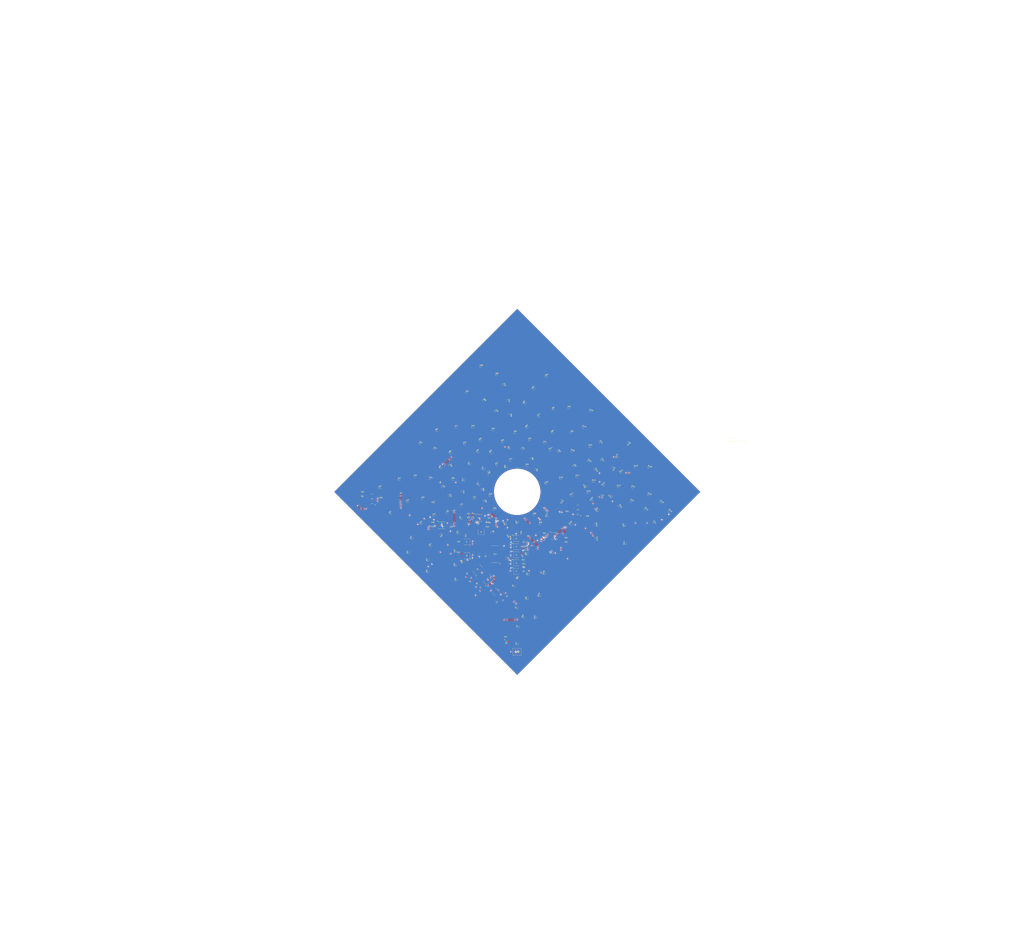
<source format=kicad_pcb>
(kicad_pcb (version 20241229) (generator "pcbnew") (generator_version "9.0")
  (layers (0 "F.Cu" signal) (4 "In1.Cu" signal) (6 "In2.Cu" signal) (2 "B.Cu" signal) (13 "F.Paste" user) (15 "B.Paste" user) (5 "F.SilkS" user "F.Silkscreen") (7 "B.SilkS" user "B.Silkscreen") (1 "F.Mask" user) (3 "B.Mask" user) (25 "Edge.Cuts" user))
  (net 0 "")
  (net 1 "/leds+mosfets/4or5")
  (net 2 "/leds+mosfets/6or7")
  (net 3 "/leds+mosfets/3or4")
  (net 4 "/leds+mosfets/7or8")
  (net 5 "/leds+mosfets/8or9")
  (net 6 "/leds+mosfets/7or8or9")
  (net 7 "/leds+mosfets/9or10")
  (net 8 "/leds+mosfets/8or9or10")
  (net 9 "/leds+mosfets/12or13")
  (net 10 "/leds+mosfets/13or14")
  (net 11 "/leds+mosfets/5or6")
  (net 12 "/leds+mosfets/5or6or7or8")
  (net 13 "/leds+mosfets/6or7or8")
  (net 14 "+3.3V")
  (net 15 "/leds+mosfets/16or1")
  (net 16 "1")
  (net 17 "2")
  (net 18 "/leds+mosfets/frame3")
  (net 19 "4")
  (net 20 "/leds+mosfets/frame7")
  (net 21 "6")
  (net 22 "9")
  (net 23 "11")
  (net 24 "13")
  (net 25 "15")
  (net 26 "/leds+mosfets/frame1")
  (net 27 "0")
  (net 28 "GND")
  (net 29 "/leds+mosfets/frame5")
  (net 30 "/leds+mosfets/14or15")
  (net 31 "/leds+mosfets/15or16")
  (net 32 "Net-(U7-THR)")
  (net 33 "Net-(U7-CV)")
  (net 34 "Net-(U7-DIS)")
  (net 35 "Net-(U9-CE)")
  (net 36 "CLOCK3")
  (net 37 "CLOCK2")
  (net 39 "CLOCK1")
  (net 47 "CLOCK4")
  (net 49 "/pd_r_18{slash}19")
  (net 52 "/u5-pu-r1")
  (net 53 "/u4-pu-r1")
  (net 54 "/u4-pu-r2")
  (net 55 "/u5-pu-r2")
  (net 56 "/leds+mosfets/frame2")
  (net 57 "/leds+mosfets/frame4")
  (net 58 "/leds+mosfets/frame6")
  (net 59 "/leds+mosfets/frame9")
  (net 60 "/leds+mosfets/frame8")
  (net 61 "/leds+mosfets/frame11")
  (net 62 "/leds+mosfets/frame12")
  (net 63 "/leds+mosfets/frame13")
  (net 64 "/leds+mosfets/frame14")
  (net 65 "/leds+mosfets/frame15")
  (net 66 "/leds+mosfets/frame16")
  (net 67 "3")
  (net 68 "5")
  (net 69 "7")
  (net 70 "/leds+mosfets/frame10")
  (net 71 "8")
  (net 72 "10")
  (net 73 "12")
  (net 74 "14")
  (net 78 "/leds+mosfets/0frame1")
  (net 79 "/leds+mosfets/0frame2")
  (net 80 "/leds+mosfets/0frame3")
  (net 81 "/leds+mosfets/0frame4")
  (net 82 "/leds+mosfets/0frame5")
  (net 83 "/leds+mosfets/0frame6")
  (net 84 "/leds+mosfets/0frame7")
  (net 85 "/leds+mosfets/0frame8")
  (net 86 "/leds+mosfets/0frame9")
  (net 87 "/leds+mosfets/0frame10")
  (net 88 "/leds+mosfets/0frame11")
  (net 89 "/leds+mosfets/0frame12")
  (net 90 "/leds+mosfets/0frame13")
  (net 91 "/leds+mosfets/0frame14")
  (net 92 "/leds+mosfets/0frame15")
  (net 93 "/leds+mosfets/0frame16")
  (net 94 "/leds+mosfets/03or4")
  (net 95 "/leds+mosfets/05or6or7or8")
  (net 96 "/leds+mosfets/05or6")
  (net 97 "/leds+mosfets/07or8or9")
  (net 98 "/leds+mosfets/06or7or8")
  (net 99 "/leds+mosfets/04or5")
  (net 100 "/leds+mosfets/016or1")
  (net 101 "/leds+mosfets/08or9or10")
  (net 102 "/leds+mosfets/012or13")
  (net 103 "/leds+mosfets/013or14")
  (net 104 "/leds+mosfets/014or15")
  (net 105 "/leds+mosfets/07or8")
  (net 106 "/leds+mosfets/015or16")
  (net 107 "/leds+mosfets/09or10")
  (net 108 "/leds+mosfets/08or9")
  (net 109 "/leds+mosfets/06or7")
  (footprint "LED_SMD:LED_0603_1608Metric" (layer "F.Cu") (at 323.443153 229.556846 45)
    (property "Reference" "D109")
    (property "Value" "LED")
  )
  (footprint "LED_SMD:LED_0603_1608Metric" (layer "F.Cu") (at 174.4725 271.78 45)
    (property "Reference" "D31")
    (property "Value" "LED")
  )
  (footprint "Resistor_SMD:R_0805_2012Metric_Pad1.20x1.40mm_HandSolder" (layer "F.Cu") (at 221.277801 311.753604 45)
    (property "Reference" "R7")
    (property "Value" "10K")
  )
  (footprint "Resistor_SMD:R_0805_2012Metric_Pad1.20x1.40mm_HandSolder" (layer "F.Cu") (at 193 253 180)
    (property "Reference" "R39")
    (property "Value" "R_Small_US")
  )
  (footprint "LED_SMD:LED_0603_1608Metric" (layer "F.Cu") (at 359.8925 231.14 -22.5)
    (property "Reference" "D131")
    (property "Value" "LED")
  )
  (footprint "LED_SMD:LED_0603_1608Metric" (layer "F.Cu") (at 176.75 230.75 157.5)
    (property "Reference" "D24")
    (property "Value" "LED")
  )
  (footprint "Resistor_SMD:R_0805_2012Metric_Pad1.20x1.40mm_HandSolder" (layer "F.Cu") (at 199.965108 269.92226)
    (property "Reference" "R22")
    (property "Value" "R_Small_US")
  )
  (footprint "LED_SMD:LED_0603_1608Metric" (layer "F.Cu") (at 165.8875 251.25 45)
    (property "Reference" "D23")
    (property "Value" "LED")
  )
  (footprint "GRAD-CAP:MC74HC73ADR2G_JK-FLIPFLOP" (layer "F.Cu") (at 226.581102 302.914769 135)
    (property "Reference" "U4")
    (property "Value" "MC74HC73ADR2G")
  )
  (footprint "GRAD-CAP:PHPT610035PKX_TRANS-2PNP-100V-3A" (layer "F.Cu") (at 253.1044 265.345 -90)
    (property "Reference" "T5")
    (property "Value" "PHPT610035PKX")
  )
  (footprint "Resistor_SMD:R_0805_2012Metric_Pad1.20x1.40mm_HandSolder" (layer "F.Cu") (at 212.438967 302.914769 45)
    (property "Reference" "R6")
    (property "Value" "10K")
  )
  (footprint "LED_SMD:LED_0603_1608Metric" (layer "F.Cu") (at 199.8725 259.75 67.5)
    (property "Reference" "D13")
    (property "Value" "LED")
  )
  (footprint "GRAD-CAP:PHPT610035PKX_TRANS-2PNP-100V-3A" (layer "F.Cu") (at 253.1044 295.435 -90)
    (property "Reference" "T1")
    (property "Value" "PHPT610035PKX")
  )
  (footprint "Resistor_SMD:R_0805_2012Metric_Pad1.20x1.40mm_HandSolder" (layer "F.Cu") (at 260.5 271 180)
    (property "Reference" "R16")
    (property "Value" "R_Small_US")
  )
  (footprint "LED_SMD:LED_0603_1608Metric" (layer "F.Cu") (at 275.5125 251.83)
    (property "Reference" "D48")
    (property "Value" "LED")
  )
  (footprint "GRAD-CAP:PHPT610035PKX_TRANS-2PNP-100V-3A" (layer "F.Cu") (at 207.6 268.4 90)
    (property "Reference" "T7")
    (property "Value" "PHPT610035PKX")
  )
  (footprint "LED_SMD:LED_0603_1608Metric" (layer "F.Cu") (at 287 278 67.5)
    (property "Reference" "D107")
    (property "Value" "LED")
  )
  (footprint "LED_SMD:LED_0603_1608Metric" (layer "F.Cu") (at 248.1325 193.04)
    (property "Reference" "D47")
    (property "Value" "LED")
  )
  (footprint "LED_SMD:LED_0603_1608Metric" (layer "F.Cu") (at 210.5 196.12 67.5)
    (property "Reference" "D27")
    (property "Value" "LED")
  )
  (footprint "LED_SMD:LED_0603_1608Metric" (layer "F.Cu") (at 347.813237 217.819262)
    (property "Reference" "D113")
    (property "Value" "LED")
  )
  (footprint "LED_SMD:LED_0603_1608Metric" (layer "F.Cu") (at 271.500001 337.7125 90)
    (property "Reference" "D104")
    (property "Value" "LED")
  )
  (footprint "LED_SMD:LED_0603_1608Metric" (layer "F.Cu") (at 324.953237 212.739262)
    (property "Reference" "D111")
    (property "Value" "LED")
  )
  (footprint "LED_SMD:LED_0603_1608Metric" (layer "F.Cu") (at 372.443153 238.76 -45)
    (property "Reference" "D140")
    (property "Value" "LED")
  )
  (footprint "LED_SMD:LED_0603_1608Metric" (layer "F.Cu") (at 191.75 198.25 -67.5)
    (property "Reference" "D35")
    (property "Value" "LED")
  )
  (footprint "LED_SMD:LED_0603_1608Metric" (layer "F.Cu") (at 394.693153 240.443154 -45)
    (property "Reference" "D146")
    (property "Value" "LED")
  )
  (footprint "LED_SMD:LED_0603_1608Metric" (layer "F.Cu") (at 218.2275 185.07 45)
    (property "Reference" "D36")
    (property "Value" "LED")
  )
  (footprint "LED_SMD:LED_0603_1608Metric" (layer "F.Cu") (at 251.250001 308.7125 90)
    (property "Reference" "D4")
    (property "Value" "LED")
  )
  (footprint "LED_SMD:LED_0603_1608Metric" (layer "F.Cu") (at 218.801364 215.022445 67.5)
    (property "Reference" "D17")
    (property "Value" "LED")
  )
  (footprint "Resistor_SMD:R_0805_2012Metric_Pad1.20x1.40mm_HandSolder" (layer "F.Cu") (at 260 294 180)
    (property "Reference" "R3")
    (property "Value" "R_Small_US")
  )
  (footprint "LED_SMD:LED_0603_1608Metric" (layer "F.Cu") (at 281.332555 214.698637 22.5)
    (property "Reference" "D135")
    (property "Value" "LED")
  )
  (footprint "LED_SMD:LED_0603_1608Metric" (layer "F.Cu") (at 127.7875 218.44 22.5)
    (property "Reference" "D52")
    (property "Value" "LED")
  )
  (footprint "Resistor_SMD:R_0805_2012Metric_Pad1.20x1.40mm_HandSolder" (layer "F.Cu") (at 176 252)
    (property "Reference" "R36")
    (property "Value" "R_Small_US")
  )
  (footprint "Resistor_SMD:R_0805_2012Metric_Pad1.20x1.40mm_HandSolder" (layer "F.Cu") (at 260.20602 267 180)
    (property "Reference" "R17")
    (property "Value" "R_Small_US")
  )
  (footprint "LED_SMD:LED_0603_1608Metric" (layer "F.Cu") (at 177.75 244 22.5)
    (property "Reference" "D15")
    (property "Value" "LED")
  )
  (footprint "LED_SMD:LED_0603_1608Metric" (layer "F.Cu") (at 241 175.75 22.5)
    (property "Reference" "D63")
    (property "Value" "LED")
  )
  (footprint "Resistor_SMD:R_0805_2012Metric_Pad1.20x1.40mm_HandSolder" (layer "F.Cu") (at 217.760498 308.107244 45)
    (property "Reference" "R8")
    (property "Value" "10K")
  )
  (footprint "LED_SMD:LED_0603_1608Metric" (layer "F.Cu") (at 342.1125 200.66 -112.5)
    (property "Reference" "D112")
    (property "Value" "LED")
  )
  (footprint "LED_SMD:LED_0603_1608Metric" (layer "F.Cu") (at 350.272445 204.301363 22.5)
    (property "Reference" "D120")
    (property "Value" "LED")
  )
  (footprint "LED_SMD:LED_0603_1608Metric" (layer "F.Cu") (at 137.5 241.75 45)
    (property "Reference" "D51")
    (property "Value" "LED")
  )
  (footprint "Package_SO:SOIC-8_3.9x4.9mm_P1.27mm" (layer "F.Cu") (at 234.301076 315.199102 -45)
    (property "Reference" "U7")
    (property "Value" "ICM7555xB")
  )
  (footprint "LED_SMD:LED_0603_1608Metric" (layer "F.Cu") (at 270.999999 201.9625 -90)
    (property "Reference" "D94")
    (property "Value" "LED")
  )
  (footprint "GRAD-CAP:PHPT610035PKX_TRANS-2PNP-100V-3A" (layer "F.Cu") (at 207.6 281.2 90)
    (property "Reference" "T8")
    (property "Value" "PHPT610035PKX")
  )
  (footprint "GRAD-CAP:CD4075BM96-3IN-TRIO-OR" (layer "F.Cu") (at 119.9638 228.77 180)
    (property "Reference" "U2")
    (property "Value" "CD4075BM96")
  )
  (footprint "LED_SMD:LED_0603_1608Metric" (layer "F.Cu") (at 258.9025 182.88 -45)
    (property "Reference" "D74")
    (property "Value" "LED")
  )
  (footprint "LED_SMD:LED_0603_1608Metric" (layer "F.Cu") (at 269.556847 126.693154 45)
    (property "Reference" "D90")
    (property "Value" "LED")
  )
  (footprint "LED_SMD:LED_0603_1608Metric" (layer "F.Cu") (at 191.2875 226.06 -67.5)
    (property "Reference" "D10")
    (property "Value" "LED")
  )
  (footprint "LED_SMD:LED_0603_1608Metric" (layer "F.Cu") (at 302.0825 144.78)
    (property "Reference" "D91")
    (property "Value" "LED")
  )
  (footprint "LED_SMD:LED_0603_1608Metric" (layer "F.Cu") (at 340.693154 225.443152 135)
    (property "Reference" "D114")
    (property "Value" "LED")
  )
  (footprint "Resistor_SMD:R_0805_2012Metric_Pad1.20x1.40mm_HandSolder" (layer "F.Cu") (at 243.23 357.76)
    (property "Reference" "R10")
    (property "Value" "10k")
  )
  (footprint "LED_SMD:LED_0603_1608Metric" (layer "F.Cu") (at 317.25 216.5 112.5)
    (property "Reference" "D102")
    (property "Value" "LED")
  )
  (footprint "LED_SMD:LED_0603_1608Metric" (layer "F.Cu") (at 234.193153 148.193154 -45)
    (property "Reference" "D78")
    (property "Value" "LED")
  )
  (footprint "LED_SMD:LED_0603_1608Metric" (layer "F.Cu") (at 270.0525 243.63)
    (property "Reference" "D38")
    (property "Value" "LED")
  )
  (footprint "GRAD-CAP:SN74AHCT32DBR_2-INPUT-QUAD-OR" (layer "F.Cu") (at 288.429 263.050001)
    (property "Reference" "U3")
    (property "Value" "SN74AHCT32DBR")
  )
  (footprint "LED_SMD:LED_0603_1608Metric" (layer "F.Cu") (at 215.25 228.25 22.5)
    (property "Reference" "D11")
    (property "Value" "LED")
  )
  (footprint "Resistor_SMD:R_0805_2012Metric_Pad1.20x1.40mm_HandSolder" (layer "F.Cu") (at 259.890291 280.521512 135)
    (property "Reference" "R14")
    (property "Value" "R_Small_US")
  )
  (footprint "LED_SMD:LED_0603_1608Metric" (layer "F.Cu") (at 207.5 130.5 -22.5)
    (property "Reference" "D97")
    (property "Value" "LED")
  )
  (footprint "LED_SMD:LED_0603_1608Metric" (layer "F.Cu") (at 197.500001 276.7125 90)
    (property "Reference" "D20")
    (property "Value" "LED")
  )
  (footprint "LED_SMD:LED_0603_1608Metric" (layer "F.Cu") (at 279.551364 297.272445 67.5)
    (property "Reference" "D106")
    (property "Value" "LED")
  )
  (footprint "Resistor_SMD:R_0805_2012Metric_Pad1.20x1.40mm_HandSolder" (layer "F.Cu") (at 209 247.609243)
    (property "Reference" "R35")
    (property "Value" "R_Small_US")
  )
  (footprint "LED_SMD:LED_0603_1608Metric" (layer "F.Cu") (at 160.02 208.28)
    (property "Reference" "D34")
    (property "Value" "LED")
  )
  (footprint "LED_SMD:LED_0603_1608Metric" (layer "F.Cu") (at 353.198633 252.522444 112.5)
    (property "Reference" "D132")
    (property "Value" "LED")
  )
  (footprint "LED_SMD:LED_0603_1608Metric" (layer "F.Cu") (at 243.198638 251.022444 112.5)
    (property "Reference" "D39")
    (property "Value" "LED")
  )
  (footprint "Resistor_SMD:R_0805_2012Metric_Pad1.20x1.40mm_HandSolder" (layer "F.Cu") (at 319 243 180)
    (property "Reference" "R26")
    (property "Value" "R_Small_US")
  )
  (footprint "LED_SMD:LED_0603_1608Metric" (layer "F.Cu") (at 177.8 182.88 -22.5)
    (property "Reference" "D45")
    (property "Value" "LED")
  )
  (footprint "LED_SMD:LED_0603_1608Metric" (layer "F.Cu") (at 235.522445 197.051363 22.5)
    (property "Reference" "D37")
    (property "Value" "LED")
  )
  (footprint "LED_SMD:LED_0603_1608Metric" (layer "F.Cu") (at 223.75 231.25 -67.5)
    (property "Reference" "D95")
    (property "Value" "LED")
  )
  (footprint "LED_SMD:LED_0603_1608Metric" (layer "F.Cu") (at 285.2675 183.198637 22.5)
    (property "Reference" "D144")
    (property "Value" "LED")
  )
  (footprint "Resistor_SMD:R_0805_2012Metric_Pad1.20x1.40mm_HandSolder" (layer "F.Cu") (at 299 263 180)
    (property "Reference" "R30")
    (property "Value" "R_Small_US")
  )
  (footprint "LED_SMD:LED_0603_1608Metric" (layer "F.Cu") (at 275.051364 317.772445 67.5)
    (property "Reference" "D105")
    (property "Value" "LED")
  )
  (footprint "LED_SMD:LED_0603_1608Metric" (layer "F.Cu") (at 232.8925 238.5 -22.5)
    (property "Reference" "D29")
    (property "Value" "LED")
  )
  (footprint "LED_SMD:LED_0603_1608Metric" (layer "F.Cu") (at 328.75 239 67.5)
    (property "Reference" "D123")
    (property "Value" "LED")
  )
  (footprint "Resistor_SMD:R_0805_2012Metric_Pad1.20x1.40mm_HandSolder" (layer "F.Cu") (at 224.8 280.2 180)
    (property "Reference" "R1")
    (property "Value" "10K")
  )
  (footprint "Resistor_SMD:R_0805_2012Metric_Pad1.20x1.40mm_HandSolder" (layer "F.Cu") (at 128 226 180)
    (property "Reference" "R28")
    (property "Value" "R_Small_US")
  )
  (footprint "Resistor_SMD:R_0805_2012Metric_Pad1.20x1.40mm_HandSolder" (layer "F.Cu") (at 260 287 180)
    (property "Reference" "R12")
    (property "Value" "R_Small_US")
  )
  (footprint "LED_SMD:LED_0603_1608Metric" (layer "F.Cu") (at 183 262 -135)
    (property "Reference" "D22")
    (property "Value" "LED")
  )
  (footprint "LED_SMD:LED_0603_1608Metric" (layer "F.Cu") (at 304 251.75 45)
    (property "Reference" "D108")
    (property "Value" "LED")
  )
  (footprint "LED_SMD:LED_0603_1608Metric" (layer "F.Cu") (at 180.1625 165.698637 22.5)
    (property "Reference" "D87")
    (property "Value" "LED")
  )
  (footprint "LED_SMD:LED_0603_1608Metric" (layer "F.Cu") (at 294.473237 230.519262 -135)
    (property "Reference" "D134")
    (property "Value" "LED")
  )
  (footprint "LED_SMD:LED_0603_1608Metric" (layer "F.Cu") (at 220.8025 106.68)
    (property "Reference" "D98")
    (property "Value" "LED")
  )
  (footprint "Resistor_SMD:R_0805_2012Metric_Pad1.20x1.40mm_HandSolder" (layer "F.Cu") (at 279 262)
    (property "Reference" "R25")
    (property "Value" "R_Small_US")
  )
  (footprint "GRAD-CAP:PHPT610035PKX_TRANS-2PNP-100V-3A" (layer "F.Cu") (at 253.1044 287.9125 -90)
    (property "Reference" "T2")
    (property "Value" "PHPT610035PKX")
  )
  (footprint "Resistor_SMD:R_0805_2012Metric_Pad1.20x1.40mm_HandSolder" (layer "F.Cu") (at 176 256)
    (property "Reference" "R40")
    (property "Value" "R_Small_US")
  )
  (footprint "LED_SMD:LED_0603_1608Metric" (layer "F.Cu") (at 171.75 295.5 90)
    (property "Reference" "D50")
    (property "Value" "LED")
  )
  (footprint "LED_SMD:LED_0603_1608Metric" (layer "F.Cu") (at 246.5 262.5 112.5)
    (property "Reference" "D49")
    (property "Value" "LED")
  )
  (footprint "LED_SMD:LED_0603_1608Metric" (layer "F.Cu") (at 261.4425 139.806846 67.5)
    (property "Reference" "D80")
    (property "Value" "LED")
  )
  (footprint "LED_SMD:LED_0603_1608Metric" (layer "F.Cu") (at 145.5675 210.82 22.5)
    (property "Reference" "D44")
    (property "Value" "LED")
  )
  (footprint "LED_SMD:LED_0603_1608Metric" (layer "F.Cu") (at 153.75 277.75 90)
    (property "Reference" "D42")
    (property "Value" "LED")
  )
  (footprint "LED_SMD:LED_0603_1608Metric" (layer "F.Cu") (at 189.7125 241.3)
    (property "Reference" "D8")
    (property "Value" "LED")
  )
  (footprint "LED_SMD:LED_0603_1608Metric" (layer "F.Cu") (at 315.522445 162.948637 -22.5)
    (property "Reference" "D145")
    (property "Value" "LED")
  )
  (footprint "LED_SMD:LED_0603_1608Metric" (layer "F.Cu") (at 347.051364 189.522445 67.5)
    (property "Reference" "D119")
    (property "Value" "LED")
  )
  (footprint "LED_SMD:LED_0603_1608Metric" (layer "F.Cu") (at 279.022445 177.198637 -22.5)
    (property "Reference" "D73")
    (property "Value" "LED")
  )
  (footprint "LED_SMD:LED_0603_1608Metric" (layer "F.Cu") (at 194.7925 210.82)
    (property "Reference" "D26")
    (property "Value" "LED")
  )
  (footprint "LED_SMD:LED_0603_1608Metric" (layer "F.Cu") (at 221.5 220.25 -90)
    (property "Reference" "D85")
    (property "Value" "LED")
  )
  (footprint "LED_SMD:LED_0603_1608Metric" (layer "F.Cu") (at 245.25 138 -90)
    (property "Reference" "D71")
    (property "Value" "LED")
  )
  (footprint "Resistor_SMD:R_0805_2012Metric_Pad1.20x1.40mm_HandSolder" (layer "F.Cu") (at 209 244)
    (property "Reference" "R34")
    (property "Value" "R_Small_US")
  )
  (footprint "LED_SMD:LED_0603_1608Metric" (layer "F.Cu") (at 244.000001 198.72 90)
    (property "Reference" "D60")
    (property "Value" "LED")
  )
  (footprint "LED_SMD:LED_0603_1608Metric" (layer "F.Cu") (at 244.448636 284.022445 -67.5)
    (property "Reference" "D5")
    (property "Value" "LED")
  )
  (footprint "Resistor_SMD:R_0805_2012Metric_Pad1.20x1.40mm_HandSolder" (layer "F.Cu") (at 228 245 180)
    (property "Reference" "R37")
    (property "Value" "R_Small_US")
  )
  (footprint "LED_SMD:LED_0603_1608Metric" (layer "F.Cu") (at 254 329 90)
    (property "Reference" "D3")
    (property "Value" "LED")
  )
  (footprint "LED_SMD:LED_0603_1608Metric" (layer "F.Cu") (at 334.306847 215.693154 45)
    (property "Reference" "D110")
    (property "Value" "LED")
  )
  (footprint "LED_SMD:LED_0603_1608Metric" (layer "F.Cu") (at 252.2475 167.64)
    (property "Reference" "D62")
    (property "Value" "LED")
  )
  (footprint "LED_SMD:LED_0603_1608Metric" (layer "F.Cu") (at 173.75 210.25 -22.5)
    (property "Reference" "D25")
    (property "Value" "LED")
  )
  (footprint "LED_SMD:LED_0603_1608Metric" (layer "F.Cu") (at 202.4125 234.95 -22.5)
    (property "Reference" "D7")
    (property "Value" "LED")
  )
  (footprint "LED_SMD:LED_0603_1608Metric" (layer "F.Cu") (at 185.25 218 -45)
    (property "Reference" "D16")
    (property "Value" "LED")
  )
  (footprint "GRAD-CAP:MC74HC73ADR2G_JK-FLIPFLOP" (layer "F.Cu") (at 217.452212 293.785879 135)
    (property "Reference" "U5")
    (property "Value" "MC74HC73ADR2G")
  )
  (footprint "Resistor_SMD:R_0805_2012Metric_Pad1.20x1.40mm_HandSolder" (layer "F.Cu") (at 111 224)
    (property "Reference" "R32")
    (property "Value" "R_Small_US")
  )
  (footprint "Resistor_SMD:R_0805_2012Metric_Pad1.20x1.40mm_HandSolder" (layer "F.Cu") (at 256 260 -90)
    (property "Reference" "R18")
    (property "Value" "R_Small_US")
  )
  (footprint "LED_SMD:LED_0603_1608Metric" (layer "F.Cu") (at 231.9275 165.1)
    (property "Reference" "D64")
    (property "Value" "LED")
  )
  (footprint "LED_SMD:LED_0603_1608Metric" (layer "F.Cu") (at 265.735 174.25)
    (property "Reference" "D67")
    (property "Value" "LED")
  )
  (footprint "Resistor_SMD:R_0805_2012Metric_Pad1.20x1.40mm_HandSolder" (layer "F.Cu") (at 259.5 283.5 180)
    (property "Reference" "R13")
    (property "Value" "R_Small_US")
  )
  (footprint "LED_SMD:LED_0603_1608Metric" (layer "F.Cu") (at 223 138 -45)
    (property "Reference" "D88")
    (property "Value" "LED")
  )
  (footprint "LED_SMD:LED_0603_1608Metric" (layer "F.Cu") (at 235.255 114.3)
    (property "Reference" "D89")
    (property "Value" "LED")
  )
  (footprint "LED_SMD:LED_0603_1608Metric" (layer "F.Cu") (at 326.000002 252.462498 -90)
    (property "Reference" "D133")
    (property "Value" "LED")
  )
  (footprint "Resistor_SMD:R_0805_2012Metric_Pad1.20x1.40mm_HandSolder" (layer "F.Cu") (at 299 267 180)
    (property "Reference" "R33")
    (property "Value" "R_Small_US")
  )
  (footprint "LED_SMD:LED_0603_1608Metric" (layer "F.Cu") (at 319.873237 222.899262)
    (property "Reference" "D116")
    (property "Value" "LED")
  )
  (footprint "GRAD-CAP:XC6220B21MR_2.1V-1A-REG" (layer "F.Cu") (at 243.71095 361.549999)
    (property "Reference" "U9")
    (property "Value" "XC6220B211MR-G")
  )
  (footprint "LED_SMD:LED_0603_1608Metric" (layer "F.Cu") (at 229.25 225.5)
    (property "Reference" "D18")
    (property "Value" "LED")
  )
  (footprint "LED_SMD:LED_0603_1608Metric" (layer "F.Cu") (at 281.5 115.5 22.5)
    (property "Reference" "D99")
    (property "Value" "LED")
  )
  (footprint "LED_SMD:LED_0603_1608Metric" (layer "F.Cu") (at 220.272445 174.551363 22.5)
    (property "Reference" "D69")
    (property "Value" "LED")
  )
  (footprint "LED_SMD:LED_0603_1608Metric" (layer "F.Cu") (at 197.9425 162.56)
    (property "Reference" "D77")
    (property "Value" "LED")
  )
  (footprint "LED_SMD:LED_0603_1608Metric" (layer "F.Cu") (at 304.633237 225.439262 22.5)
    (property "Reference" "D124")
    (property "Value" "LED")
  )
  (footprint "LED_SMD:LED_0603_1608Metric" (layer "F.Cu") (at 287.022445 167.301363 22.5)
    (property "Reference" "D82")
    (property "Value" "LED")
  )
  (footprint "Resistor_SMD:R_0805_2012Metric_Pad1.20x1.40mm_HandSolder" (layer "F.Cu") (at 256 301 90)
    (property "Reference" "R2")
    (property "Value" "R_Small_US")
  )
  (footprint "Resistor_SMD:R_0805_2012Metric_Pad1.20x1.40mm_HandSolder" (layer "F.Cu") (at 204.796419 262.445838 -90)
    (property "Reference" "R21")
    (property "Value" "R_Small_US")
  )
  (footprint "LED_SMD:LED_0603_1608Metric" (layer "F.Cu") (at 254.999999 346.2875 90)
    (property "Reference" "D2")
    (property "Value" "LED")
  )
  (footprint "LED_SMD:LED_0603_1608Metric" (layer "F.Cu") (at 321.615 180.34)
    (property "Reference" "D101")
    (property "Value" "LED")
  )
  (footprint "LED_SMD:LED_0603_1608Metric" (layer "F.Cu") (at 183.75 199.5 67.5)
    (property "Reference" "D96")
    (property "Value" "LED")
  )
  (footprint "LED_SMD:LED_0603_1608Metric" (layer "F.Cu") (at 213.1825 162.56)
    (property "Reference" "D70")
    (property "Value" "LED")
  )
  (footprint "LED_SMD:LED_0603_1608Metric" (layer "F.Cu") (at 254.250001 362.2125 90)
    (property "Reference" "D1")
    (property "Value" "LED")
  )
  (footprint "LED_SMD:LED_0603_1608Metric" (layer "F.Cu") (at 203.25 222.5 -90)
    (property "Reference" "D12")
    (property "Value" "LED")
  )
  (footprint "LED_SMD:LED_0603_1608Metric" (layer "F.Cu") (at 205.772445 178.051363 22.5)
    (property "Reference" "D76")
    (property "Value" "LED")
  )
  (footprint "Resistor_SMD:R_0805_2012Metric_Pad1.20x1.40mm_HandSolder" (layer "F.Cu") (at 217.616666 253.304305)
    (property "Reference" "R20")
    (property "Value" "R_Small_US")
  )
  (footprint "GRAD-CAP:PHPT610035PKX_TRANS-2PNP-100V-3A" (layer "F.Cu") (at 253.1044 272.8675 -90)
    (property "Reference" "T4")
    (property "Value" "PHPT610035PKX")
  )
  (footprint "LED_SMD:LED_0603_1608Metric" (layer "F.Cu") (at 166.8525 228.6)
    (property "Reference" "D33")
    (property "Value" "LED")
  )
  (footprint "LED_SMD:LED_0603_1608Metric" (layer "F.Cu") (at 198 303 90)
    (property "Reference" "D40")
    (property "Value" "LED")
  )
  (footprint "GRAD-CAP:CD4072BM96_4-INPUT-OR" (layer "F.Cu") (at 309.9638 238.81 180)
    (property "Reference" "U1")
    (property "Value" "CD4072BM96")
  )
  (footprint "LED_SMD:LED_0603_1608Metric" (layer "F.Cu") (at 197.3325 289.56 90)
    (property "Reference" "D30")
    (property "Value" "LED")
  )
  (footprint "GRAD-CAP:PHPT610035PKX_TRANS-2PNP-100V-3A" (layer "F.Cu") (at 220.6 259.4)
    (property "Reference" "T6")
    (property "Value" "PHPT610035PKX")
  )
  (footprint "Resistor_SMD:R_0805_2012Metric_Pad1.20x1.40mm_HandSolder" (layer "F.Cu") (at 279 266)
    (property "Reference" "R27")
    (property "Value" "R_Small_US")
  )
  (footprint "Resistor_SMD:R_0805_2012Metric_Pad1.20x1.40mm_HandSolder" (layer "F.Cu") (at 243.492893 317.507107 -135)
    (property "Reference" "R5")
    (property "Value" "R_Small_US")
  )
  (footprint "Resistor_SMD:R_0805_2012Metric_Pad1.20x1.40mm_HandSolder" (layer "F.Cu") (at 208.8 299 45)
    (property "Reference" "R9")
    (property "Value" "10K")
  )
  (footprint "LED_SMD:LED_0603_1608Metric" (layer "F.Cu") (at 353.999999 269.2125 90)
    (property "Reference" "D141")
    (property "Value" "LED")
  )
  (footprint "LED_SMD:LED_0603_1608Metric" (layer "F.Cu") (at 380 251 -67.5)
    (property "Reference" "D147")
    (property "Value" "LED")
  )
  (footprint "LED_SMD:LED_0603_1608Metric" (layer "F.Cu") (at 320 194.25 -45)
    (property "Reference" "D126")
    (property "Value" "LED")
  )
  (footprint "LED_SMD:LED_0603_1608Metric" (layer "F.Cu") (at 226.943151 203.806846 -135)
    (property "Reference" "D28")
    (property "Value" "LED")
  )
  (footprint "LED_SMD:LED_0603_1608Metric" (layer "F.Cu") (at 202.4125 246.38 67.5)
    (property "Reference" "D9")
    (property "Value" "LED")
  )
  (footprint "LED_SMD:LED_0603_1608Metric" (layer "F.Cu") (at 292.056847 185.306846 -45)
    (property "Reference" "D83")
    (property "Value" "LED")
  )
  (footprint "LED_SMD:LED_0603_1608Metric" (layer "F.Cu") (at 247.301364 181.522445 67.5)
    (property "Reference" "D61")
    (property "Value" "LED")
  )
  (footprint "LED_SMD:LED_0603_1608Metric" (layer "F.Cu") (at 230.948638 259.772444 -45)
    (property "Reference" "D6")
    (property "Value" "LED")
  )
  (footprint "LED_SMD:LED_0603_1608Metric" (layer "F.Cu") (at 157 264.75 67.5)
    (property "Reference" "D32")
    (property "Value" "LED")
  )
  (footprint "LED_SMD:LED_0603_1608Metric" (layer "F.Cu") (at 153.25 231.25 22.5)
    (property "Reference" "D43")
    (property "Value" "LED")
  )
  (footprint "LED_SMD:LED_0603_1608Metric" (layer "F.Cu") (at 304.25 167.5 -22.5)
    (property "Reference" "D92")
    (property "Value" "LED")
  )
  (footprint "LED_SMD:LED_0603_1608Metric" (layer "F.Cu") (at 376 200 -22.5)
    (property "Reference" "D138")
    (property "Value" "LED")
  )
  (footprint "LED_SMD:LED_0603_1608Metric" (layer "F.Cu") (at 241.25 123.75 -67.5)
    (property "Reference" "D79")
    (property "Value" "LED")
  )
  (footprint "LED_SMD:LED_0603_1608Metric" (layer "F.Cu") (at 263.3725 198.12)
    (property "Reference" "D54")
    (property "Value" "LED")
  )
  (footprint "Resistor_SMD:R_0805_2012Metric_Pad1.20x1.40mm_HandSolder" (layer "F.Cu") (at 111 228)
    (property "Reference" "R31")
    (property "Value" "R_Small_US")
  )
  (footprint "Resistor_SMD:R_0805_2012Metric_Pad1.20x1.40mm_HandSolder" (layer "F.Cu") (at 228 249 180)
    (property "Reference" "R38")
    (property "Value" "R_Small_US")
  )
  (footprint "LED_SMD:LED_0603_1608Metric" (layer "F.Cu") (at 164.3125 177.8 -22.5)
    (property "Reference" "D53")
    (property "Value" "LED")
  )
  (footprint "GRAD-CAP:1X02JST" (layer "F.Cu") (at 252.5 370)
    (property "Reference" "J1")
    (property "Value" "B02B-XASK-1LFSN")
  )
  (footprint "LED_SMD:LED_0603_1608Metric" (layer "F.Cu") (at 204.9525 210.82 90)
    (property "Reference" "D14")
    (property "Value" "LED")
  )
  (footprint "LED_SMD:LED_0603_1608Metric" (layer "F.Cu") (at 331.50877 226.172184 -112.5)
    (property "Reference" "D115")
    (property "Value" "LED")
  )
  (footprint "LED_SMD:LED_0603_1608Metric" (layer "F.Cu") (at 274.25 152.25 22.5)
    (property "Reference" "D72")
    (property "Value" "LED")
  )
  (footprint "LED_SMD:LED_0603_1608Metric" (layer "F.Cu") (at 223.3425 200.66 67.5)
    (property "Reference" "D75")
    (property "Value" "LED")
  )
  (footprint "Resistor_SMD:R_0805_2012Metric_Pad1.20x1.40mm_HandSolder" (layer "F.Cu") (at 199.863696 279.829621)
    (property "Reference" "R23")
    (property "Value" "R_Small_US")
  )
  (footprint "LED_SMD:LED_0603_1608Metric" (layer "F.Cu") (at 330.5 176.75 -67.5)
    (property "Reference" "D137")
    (property "Value" "LED")
  )
  (footprint "LED_SMD:LED_0603_1608Metric" (layer "F.Cu") (at 282.301364 244.022445 67.5)
    (property "Reference" "D143")
    (property "Value" "LED")
  )
  (footprint "LED_SMD:LED_0603_1608Metric" (layer "F.Cu") (at 230.175 185.693154 45)
    (property "Reference" "D68")
    (property "Value" "LED")
  )
  (footprint "LED_SMD:LED_0603_1608Metric" (layer "F.Cu") (at 386.693153 232.193154 -45)
    (property "Reference" "D139")
    (property "Value" "LED")
  )
  (footprint "LED_SMD:LED_0603_1608Metric" (layer "F.Cu") (at 171.75 284.75 90)
    (property "Reference" "D41")
    (property "Value" "LED")
  )
  (footprint "LED_SMD:LED_0603_1608Metric" (layer "F.Cu") (at 247.25 151.5 -90)
    (property "Reference" "D65")
    (property "Value" "LED")
  )
  (footprint "LED_SMD:LED_0603_1608Metric" (layer "F.Cu") (at 322 148 -22.5)
    (property "Reference" "D100")
    (property "Value" "LED")
  )
  (footprint "LED_SMD:LED_0603_1608Metric" (layer "F.Cu") (at 360.68 218.44 -22.5)
    (property "Reference" "D121")
    (property "Value" "LED")
  )
  (footprint "LED_SMD:LED_0603_1608Metric" (layer "F.Cu") (at 263 278.772444 112.5)
    (property "Reference" "D58")
    (property "Value" "LED")
  )
  (footprint "LED_SMD:LED_0603_1608Metric" (layer "F.Cu") (at 254.301362 249.727556 112.5)
    (property "Reference" "D59")
    (property "Value" "LED")
  )
  (footprint "LED_SMD:LED_0603_1608Metric" (layer "F.Cu") (at 375.753237 225.25 -22.5)
    (property "Reference" "D130")
    (property "Value" "LED")
  )
  (footprint "GRAD-CAP:PHPT610035PKX_TRANS-2PNP-100V-3A" (layer "F.Cu") (at 253.1044 280.39 -90)
    (property "Reference" "T3")
    (property "Value" "PHPT610035PKX")
  )
  (footprint "LED_SMD:LED_0603_1608Metric" (layer "F.Cu") (at 267.051364 192.227555 -67.5)
    (property "Reference" "D84")
    (property "Value" "LED")
  )
  (footprint "LED_SMD:LED_0603_1608Metric" (layer "F.Cu") (at 331.75 193.25 -67.5)
    (property "Reference" "D127")
    (property "Value" "LED")
  )
  (footprint "LED_SMD:LED_0603_1608Metric" (layer "F.Cu") (at 326.500001 265.5375 -90)
    (property "Reference" "D142")
    (property "Value" "LED")
  )
  (footprint "LED_SMD:LED_0603_1608Metric" (layer "F.Cu") (at 356.193154 177.056848 -135)
    (property "Reference" "D128")
    (property "Value" "LED")
  )
  (footprint "GRAD-CAP:CD74HC154M96_4-16-MUX" (layer "F.Cu") (at 233.5 279.75 180)
    (property "Reference" "U10")
    (property "Value" "CD74HC154M96")
  )
  (footprint "GRAD-CAP:SN74AHCT32DBR_2-INPUT-QUAD-OR" (layer "F.Cu") (at 184.071 253.049999)
    (property "Reference" "U8")
    (property "Value" "SN74AHCT32DBR")
  )
  (footprint "LED_SMD:LED_0603_1608Metric" (layer "F.Cu") (at 264.249999 297.7875 90)
    (property "Reference" "D57")
    (property "Value" "LED")
  )
  (footprint "LED_SMD:LED_0603_1608Metric" (layer "F.Cu") (at 260.25 337.5 67.5)
    (property "Reference" "D55")
    (property "Value" "LED")
  )
  (footprint "Resistor_SMD:R_0805_2012Metric_Pad1.20x1.40mm_HandSolder" (layer "F.Cu") (at 226.291645 256.09289)
    (property "Reference" "R19")
    (property "Value" "R_Small_US")
  )
  (footprint "Resistor_SMD:R_0805_2012Metric_Pad1.20x1.40mm_HandSolder" (layer "F.Cu") (at 300 242)
    (property "Reference" "R29")
    (property "Value" "R_Small_US")
  )
  (footprint "LED_SMD:LED_0603_1608Metric" (layer "F.Cu") (at 287.772445 145.801363 22.5)
    (property "Reference" "D81")
    (property "Value" "LED")
  )
  (footprint "LED_SMD:LED_0603_1608Metric" (layer "F.Cu") (at 363.5 199.5)
    (property "Reference" "D129")
    (property "Value" "LED")
  )
  (footprint "LED_SMD:LED_0603_1608Metric" (layer "F.Cu") (at 306.443153 198.693154 -45)
    (property "Reference" "D93")
    (property "Value" "LED")
  )
  (footprint "LED_SMD:LED_0603_1608Metric" (layer "F.Cu") (at 263.5 162.25 45)
    (property "Reference" "D66")
    (property "Value" "LED")
  )
  (footprint "LED_SMD:LED_0603_1608Metric" (layer "F.Cu") (at 304.75 185 -22.5)
    (property "Reference" "D136")
    (property "Value" "LED")
  )
  (footprint "Capacitor_SMD:C_0805_2012Metric_Pad1.18x1.45mm_HandSolder" (layer "F.Cu") (at 233.933623 323.066377 -135)
    (property "Reference" "C2")
    (property "Value" "C_Small")
  )
  (footprint "GRAD-CAP:SN74AHCT32DBR_2-INPUT-QUAD-OR" (layer "F.Cu") (at 218.429 246.3)
    (property "Reference" "U6")
    (property "Value" "SN74AHCT32DBR")
  )
  (footprint "Resistor_SMD:R_0805_2012Metric_Pad1.20x1.40mm_HandSolder" (layer "F.Cu") (at 260.368265 274.35513 180)
    (property "Reference" "R15")
    (property "Value" "R_Small_US")
  )
  (footprint "LED_SMD:LED_0603_1608Metric" (layer "F.Cu") (at 263.499999 320.2875 90)
    (property "Reference" "D56")
    (property "Value" "LED")
  )
  (footprint "LED_SMD:LED_0603_1608Metric" (layer "F.Cu") (at 348.301364 235.977555 -67.5)
    (property "Reference" "D122")
    (property "Value" "LED")
  )
  (footprint "LED_SMD:LED_0603_1608Metric" (layer "F.Cu") (at 294.473237 210.199262)
    (property "Reference" "D125")
    (property "Value" "LED")
  )
  (footprint "Resistor_SMD:R_0805_2012Metric_Pad1.20x1.40mm_HandSolder" (layer "F.Cu") (at 260 290 180)
    (property "Reference" "R11")
    (property "Value" "R_Small_US")
  )
  (footprint "Capacitor_SMD:C_0805_2012Metric_Pad1.18x1.45mm_HandSolder" (layer "F.Cu") (at 232.8 308.4 45)
    (property "Reference" "C1")
    (property "Value" "C_Small_US")
  )
  (footprint "Resistor_SMD:R_0805_2012Metric_Pad1.20x1.40mm_HandSolder" (layer "F.Cu") (at 204.632499 287 90)
    (property "Reference" "R24")
    (property "Value" "R_Small_US")
  )
  (footprint "Resistor_SMD:R_0805_2012Metric_Pad1.20x1.40mm_HandSolder" (layer "F.Cu") (at 239.8 321.2 -135)
    (property "Reference" "R4")
    (property "Value" "R_Small_US")
  )
  (footprint "LED_SMD:LED_0603_1608Metric" (layer "F.Cu") (at 192.8625 186 45)
    (property "Reference" "D86")
    (property "Value" "LED")
  )
  (footprint "LED_SMD:LED_0603_1608Metric" (layer "F.Cu") (at 325.948636 202.272445 -67.5)
    (property "Reference" "D118")
    (property "Value" "LED")
  )
  (footprint "LED_SMD:LED_0603_1608Metric" (layer "F.Cu") (at 309.713237 208.28)
    (property "Reference" "D117")
    (property "Value" "LED")
  )
  (gr_circle (center 254 222.25) (end 275 222.25) (stroke (width 0.1)) (fill no) (layer "Edge.Cuts"))
  (gr_poly (pts (xy 84.333703 222.255043) (xy 254.03933 52.549416) (xy 423.744957 222.255043) (xy 254.03933 391.96067)) (stroke (width 0.05)) (fill no) (layer "Edge.Cuts"))
  (gr_text "little bigger than 2 cm" (at 449 176 0) (layer "F.SilkS") (effects (font (size 1 1) (thickness 0.1)) (justify left bottom)))
  (gr_text "24 cm\n" (at 449 173 0) (layer "F.SilkS") (effects (font (size 1 1) (thickness 0.1)) (justify left bottom)))
  (segment (start 324.5 255.5) (end 323 254) (width 0.635) (layer "F.Cu") (net 1))
  (segment (start 348.602728 236.70511) (end 347 238.307838) (width 0.4572) (layer "F.Cu") (net 1))
  (segment (start 322 263) (end 327 258) (width 0.762) (layer "F.Cu") (net 1))
  (segment (start 345 233) (end 356 222) (width 0.635) (layer "F.Cu") (net 1))
  (segment (start 323 254) (end 323 238) (width 0.635) (layer "F.Cu") (net 1))
  (segment (start 300 209) (end 314.193154 194.806846) (width 0.4572) (layer "F.Cu") (net 1))
  (segment (start 356 177.977389) (end 355.636307 177.613696) (width 0.4572) (layer "F.Cu") (net 1))
  (segment (start 295.260737 212.260737) (end 295.260737 210.199262) (width 0.4572) (layer "F.Cu") (net 1))
  (segment (start 298 215) (end 295.260737 212.260737) (width 0.4572) (layer "F.Cu") (net 1))
  (segment (start 327 258) (end 324.5 255.5) (width 0.635) (layer "F.Cu") (net 1))
  (segment (start 356 222) (end 356 177.977389) (width 0.4572) (layer "F.Cu") (net 1))
  (segment (start 358.148918 222) (end 356 222) (width 0.4572) (layer "F.Cu") (net 1))
  (segment (start 347 238.307838) (end 347 239) (width 0.4572) (layer "F.Cu") (net 1))
  (segment (start 308.75 223.75) (end 300 215) (width 0.635) (layer "F.Cu") (net 1))
  (segment (start 323 238) (end 308.75 223.75) (width 0.635) (layer "F.Cu") (net 1))
  (segment (start 305.360792 225.137899) (end 307.362101 225.137899) (width 0.4572) (layer "F.Cu") (net 1))
  (segment (start 345 239) (end 345 233) (width 0.635) (layer "F.Cu") (net 1))
  (segment (start 314.193154 194.806846) (end 320.556847 194.806846) (width 0.4572) (layer "F.Cu") (net 1))
  (segment (start 300 263) (end 322 263) (width 0.762) (layer "F.Cu") (net 1))
  (segment (start 324.5 255.5) (end 326 254) (width 0.635) (layer "F.Cu") (net 1))
  (segment (start 361.407555 218.741363) (end 358.148918 222) (width 0.4572) (layer "F.Cu") (net 1))
  (segment (start 300 215) (end 300 209) (width 0.4572) (layer "F.Cu") (net 1))
  (segment (start 347 239) (end 346 240) (width 0.4572) (layer "F.Cu") (net 1))
  (segment (start 345 240) (end 345 239) (width 0.635) (layer "F.Cu") (net 1))
  (segment (start 346 240) (end 345 240) (width 0.4572) (layer "F.Cu") (net 1))
  (segment (start 326 254) (end 326 253.25) (width 0.635) (layer "F.Cu") (net 1))
  (segment (start 307.362101 225.137899) (end 308.75 223.75) (width 0.4572) (layer "F.Cu") (net 1))
  (segment (start 300 215) (end 298 215) (width 0.4572) (layer "F.Cu") (net 1))
  (segment (start 327 258) (end 345 240) (width 0.635) (layer "F.Cu") (net 1))
  (segment (start 165.323809 256) (end 157.301364 264.022445) (width 0.4572) (layer "F.Cu") (net 2))
  (segment (start 349.075 268.425) (end 353.999998 268.425) (width 0.635) (layer "F.Cu") (net 2))
  (segment (start 175 262) (end 177.5 264.5) (width 0.5588) (layer "F.Cu") (net 2))
  (segment (start 387.25 235.174998) (end 387.25 202) (width 0.5588) (layer "F.Cu") (net 2))
  (segment (start 175 256) (end 165.323809 256) (width 0.4572) (layer "F.Cu") (net 2))
  (segment (start 387.25 235.174998) (end 387.25 232.75) (width 0.5588) (layer "F.Cu") (net 2))
  (segment (start 179.443154 262.556846) (end 177.5 264.5) (width 0.4572) (layer "F.Cu") (net 2))
  (segment (start 333.382 284.118) (end 349.075 268.425) (width 0.635) (layer "F.Cu") (net 2))
  (segment (start 353 167.75) (end 320.75 167.75) (width 0.5588) (layer "F.Cu") (net 2))
  (segment (start 188.925 275.925) (end 197.500002 275.925) (width 0.4572) (layer "F.Cu") (net 2))
  (segment (start 300.5 284.118) (end 333.382 284.118) (width 0.635) (layer "F.Cu") (net 2))
  (segment (start 377.837499 244.587499) (end 387.25 235.174998) (width 0.5588) (layer "F.Cu") (net 2))
  (segment (start 353.999998 268.425) (end 377.837499 244.587499) (width 0.5588) (layer "F.Cu") (net 2))
  (segment (start 192.25 279.25) (end 192.5 279.25) (width 0.4572) (layer "F.Cu") (net 2))
  (segment (start 188.925 275.925) (end 192.25 279.25) (width 0.5588) (layer "F.Cu") (net 2))
  (segment (start 182.443153 262.556846) (end 179.443154 262.556846) (width 0.4572) (layer "F.Cu") (net 2))
  (segment (start 373 239.316846) (end 377.837499 244.154345) (width 0.4572) (layer "F.Cu") (net 2))
  (segment (start 175 256) (end 175 262) (width 0.5588) (layer "F.Cu") (net 2))
  (segment (start 387.25 202) (end 353 167.75) (width 0.5588) (layer "F.Cu") (net 2))
  (segment (start 377.837499 244.154345) (end 377.837499 244.587499) (width 0.4572) (layer "F.Cu") (net 2))
  (segment (start 177.5 264.5) (end 188.925 275.925) (width 0.5588) (layer "F.Cu") (net 2))
  (segment (start 320.75 167.75) (end 316.25 163.25) (width 0.5588) (layer "F.Cu") (net 2))
  (via (at 300.5 284.118) (size 0.6) (drill 0.3) (layers "F.Cu" "B.Cu") (net 2))
  (via (at 192.5 279.25) (size 0.6) (drill 0.3) (layers "F.Cu" "B.Cu") (net 2))
  (segment (start 278 262) (end 278 260) (width 0.4572) (layer "F.Cu") (net 3))
  (segment (start 278 260) (end 282 256) (width 0.4572) (layer "F.Cu") (net 3))
  (segment (start 348.600737 224.399263) (end 348.600737 217.819262) (width 0.4572) (layer "F.Cu") (net 3))
  (segment (start 342 231) (end 348.600737 224.399263) (width 0.4572) (layer "F.Cu") (net 3))
  (segment (start 282 256) (end 317 256) (width 0.4572) (layer "F.Cu") (net 3))
  (via (at 342 231) (size 0.6) (drill 0.3) (layers "F.Cu" "B.Cu") (net 3))
  (via (at 317 256) (size 0.6) (drill 0.3) (layers "F.Cu" "B.Cu") (net 3))
  (segment (start 171 184.061308) (end 165.040055 178.101363) (width 0.4572) (layer "F.Cu") (net 4))
  (segment (start 173 254) (end 175 252) (width 0.4572) (layer "F.Cu") (net 4))
  (segment (start 224.013154 184.513154) (end 236.25 196.75) (width 0.4572) (layer "F.Cu") (net 4))
  (segment (start 175 250) (end 177 248) (width 0.4572) (layer "F.Cu") (net 4))
  (segment (start 276.3 251.83) (end 276.3 249.3) (width 0.254) (layer "F.Cu") (net 4))
  (segment (start 394 242.25) (end 395.25 241) (width 0.254) (layer "F.Cu") (net 4))
  (segment (start 185 196.75) (end 171 196.75) (width 0.4572) (layer "F.Cu") (net 4))
  (segment (start 179.783155 271.223154) (end 197.332501 288.7725) (width 0.4572) (layer "F.Cu") (net 4))
  (segment (start 172 268.193807) (end 172 257) (width 0.4572) (layer "F.Cu") (net 4))
  (segment (start 276.3 249.3) (end 275 248) (width 0.254) (layer "F.Cu") (net 4))
  (segment (start 263.5 319.5) (end 274.5 308.5) (width 0.4572) (layer "F.Cu") (net 4))
  (segment (start 171 209) (end 171 196.75) (width 0.635) (layer "F.Cu") (net 4))
  (segment (start 246.198636 249.198636) (end 245 248) (width 0.4572) (layer "F.Cu") (net 4))
  (segment (start 171 231.96) (end 171 209) (width 0.635) (layer "F.Cu") (net 4))
  (segment (start 175.029347 271.223154) (end 179.783155 271.223154) (width 0.4572) (layer "F.Cu") (net 4))
  (segment (start 171 196.75) (end 171 184.061308) (width 0.635) (layer "F.Cu") (net 4))
  (segment (start 327 308.5) (end 387.5 248) (width 0.4572) (layer "F.Cu") (net 4))
  (segment (start 175 252) (end 175 250) (width 0.4572) (layer "F.Cu") (net 4))
  (segment (start 175 252) (end 175 235.96) (width 0.762) (layer "F.Cu") (net 4))
  (segment (start 198.986846 184.513154) (end 193.25 190.25) (width 0.4572) (layer "F.Cu") (net 4))
  (segment (start 246.198636 261.772444) (end 246.198636 249.198636) (width 0.4572) (layer "F.Cu") (net 4))
  (segment (start 394 243) (end 394 242.25) (width 0.254) (layer "F.Cu") (net 4))
  (segment (start 175 235.96) (end 167.64 228.6) (width 0.4572) (layer "F.Cu") (net 4))
  (segment (start 241.602388 249) (end 242.897276 250.294888) (width 0.254) (layer "F.Cu") (net 4))
  (segment (start 175 235.96) (end 171 231.96) (width 0.635) (layer "F.Cu") (net 4))
  (segment (start 274.5 308.5) (end 327 308.5) (width 0.4572) (layer "F.Cu") (net 4))
  (segment (start 175.029347 271.223154) (end 172 268.193807) (width 0.4572) (layer "F.Cu") (net 4))
  (segment (start 241 249) (end 241.602388 249) (width 0.254) (layer "F.Cu") (net 4))
  (segment (start 218.784347 184.513154) (end 224.013154 184.513154) (width 0.4572) (layer "F.Cu") (net 4))
  (segment (start 171.141797 209) (end 171 209) (width 0.4572) (layer "F.Cu") (net 4))
  (segment (start 218.784347 184.513154) (end 198.986846 184.513154) (width 0.4572) (layer "F.Cu") (net 4))
  (via (at 185 196.75) (size 0.6) (drill 0.3) (layers "F.Cu" "B.Cu") (net 4))
  (via (at 245 248) (size 0.6) (drill 0.3) (layers "F.Cu" "B.Cu") (net 4))
  (via (at 275 248) (size 0.6) (drill 0.3) (layers "F.Cu" "B.Cu") (net 4))
  (via (at 387.5 248) (size 0.6) (drill 0.3) (layers "F.Cu" "B.Cu") (net 4))
  (via (at 193.25 190.25) (size 0.6) (drill 0.3) (layers "F.Cu" "B.Cu") (net 4))
  (via (at 172 257) (size 0.6) (drill 0.3) (layers "F.Cu" "B.Cu") (net 4))
  (via (at 394 243) (size 0.6) (drill 0.3) (layers "F.Cu" "B.Cu") (net 4))
  (via (at 177 248) (size 0.6) (drill 0.3) (layers "F.Cu" "B.Cu") (net 4))
  (via (at 241 249) (size 0.6) (drill 0.3) (layers "F.Cu" "B.Cu") (net 4))
  (via (at 173 254) (size 0.6) (drill 0.3) (layers "F.Cu" "B.Cu") (net 4))
  (segment (start 172 257) (end 172 255) (width 0.4572) (layer "B.Cu") (net 4))
  (segment (start 193.25 190.25) (end 186.75 196.75) (width 0.635) (layer "B.Cu") (net 4))
  (segment (start 172 255) (end 173 254) (width 0.4572) (layer "B.Cu") (net 4))
  (segment (start 186.75 196.75) (end 185 196.75) (width 0.635) (layer "B.Cu") (net 4))
  (segment (start 194 267) (end 190 271) (width 0.635) (layer "F.Cu") (net 5))
  (segment (start 164.750001 276.9625) (end 164.89375 277.10625) (width 0.4572) (layer "F.Cu") (net 5))
  (segment (start 188.606249 294.606249) (end 196.2125 302.2125) (width 0.4572) (layer "F.Cu") (net 5))
  (segment (start 194 253) (end 194 267) (width 0.635) (layer "F.Cu") (net 5))
  (segment (start 177.0375 283.9625) (end 171.750001 283.9625) (width 0.635) (layer "F.Cu") (net 5))
  (segment (start 182.393751 294.606249) (end 188.606249 294.606249) (width 0.4572) (layer "F.Cu") (net 5))
  (segment (start 183 278) (end 177.0375 283.9625) (width 0.635) (layer "F.Cu") (net 5))
  (segment (start 146.295055 237.25) (end 146.295055 258.507555) (width 0.4572) (layer "F.Cu") (net 5))
  (segment (start 146.295055 258.507555) (end 164.89375 277.10625) (width 0.4572) (layer "F.Cu") (net 5))
  (segment (start 196.2125 302.2125) (end 198.000001 302.2125) (width 0.4572) (layer "F.Cu") (net 5))
  (segment (start 153.750001 276.9625) (end 164.750001 276.9625) (width 0.4572) (layer "F.Cu") (net 5))
  (segment (start 164.89375 277.10625) (end 171.750001 283.9625) (width 0.5588) (layer "F.Cu") (net 5))
  (segment (start 171.750001 283.9625) (end 182.393751 294.606249) (width 0.4572) (layer "F.Cu") (net 5))
  (segment (start 146.295055 223.5) (end 146.295055 210.518637) (width 0.4572) (layer "F.Cu") (net 5))
  (via (at 190 271) (size 0.6) (drill 0.3) (layers "F.Cu" "B.Cu") (net 5))
  (via (at 146.295055 237.25) (size 0.6) (drill 0.3) (layers "F.Cu" "B.Cu") (net 5))
  (via (at 183 278) (size 0.6) (drill 0.3) (layers "F.Cu" "B.Cu") (net 5))
  (via (at 146.295055 223.5) (size 0.6) (drill 0.3) (layers "F.Cu" "B.Cu") (net 5))
  (segment (start 146.295055 233.25) (end 146.25 233.204945) (width 0.5588) (layer "B.Cu") (net 5))
  (segment (start 146.25 233.204945) (end 146.25 223.545055) (width 0.5588) (layer "B.Cu") (net 5))
  (segment (start 146.25 223.545055) (end 146.295055 223.5) (width 0.5588) (layer "B.Cu") (net 5))
  (segment (start 146.295055 237.25) (end 146.295055 233.25) (width 0.5588) (layer "B.Cu") (net 5))
  (segment (start 129 226) (end 129 218.623582) (width 0.4572) (layer "F.Cu") (net 6))
  (segment (start 129 218.623582) (end 128.515055 218.138637) (width 0.4572) (layer "F.Cu") (net 6))
  (segment (start 129 226) (end 149.028918 226) (width 0.4572) (layer "F.Cu") (net 6))
  (segment (start 149.028918 226) (end 153.977555 230.948637) (width 0.4572) (layer "F.Cu") (net 6))
  (segment (start 225.75 250.5) (end 227.5 250.5) (width 0.4572) (layer "F.Cu") (net 7))
  (segment (start 171.75 291.25) (end 171.75 293.249998) (width 0.4572) (layer "F.Cu") (net 7))
  (segment (start 171.75 293.249998) (end 171.750001 293.249999) (width 0.4572) (layer "F.Cu") (net 7))
  (segment (start 227.5 250.5) (end 229 249) (width 0.4572) (layer "F.Cu") (net 7))
  (segment (start 171.750001 293.249999) (end 171.750001 294.7125) (width 0.4572) (layer "F.Cu") (net 7))
  (via (at 171.75 291.25) (size 0.6) (drill 0.3) (layers "F.Cu" "B.Cu") (net 7))
  (via (at 225.75 250.5) (size 0.6) (drill 0.3) (layers "F.Cu" "B.Cu") (net 7))
  (segment (start 138.056847 241.193154) (end 117.693154 241.193154) (width 0.4572) (layer "F.Cu") (net 8))
  (segment (start 117.693154 241.193154) (end 114.5 238) (width 0.4572) (layer "F.Cu") (net 8))
  (segment (start 108 224) (end 106.75 225.25) (width 0.4572) (layer "F.Cu") (net 8))
  (segment (start 110 224) (end 108 224) (width 0.4572) (layer "F.Cu") (net 8))
  (segment (start 106.75 225.25) (end 106.75 235) (width 0.4572) (layer "F.Cu") (net 8))
  (via (at 114.5 238) (size 0.6) (drill 0.3) (layers "F.Cu" "B.Cu") (net 8))
  (via (at 106.75 235) (size 0.6) (drill 0.3) (layers "F.Cu" "B.Cu") (net 8))
  (segment (start 109.75 238) (end 114.5 238) (width 0.5588) (layer "B.Cu") (net 8))
  (segment (start 106.75 235) (end 109.75 238) (width 0.5588) (layer "B.Cu") (net 8))
  (segment (start 376.480792 225.551363) (end 379.429429 228.5) (width 0.5588) (layer "F.Cu") (net 11))
  (segment (start 307 188) (end 317.522445 177.477555) (width 0.5588) (layer "F.Cu") (net 11))
  (segment (start 374 234) (end 379.5 228.5) (width 0.635) (layer "F.Cu") (net 11))
  (segment (start 286 209) (end 307 188) (width 0.635) (layer "F.Cu") (net 11))
  (segment (start 357 252) (end 357 242) (width 0.762) (layer "F.Cu") (net 11))
  (segment (start 271 247.25) (end 286 232.25) (width 0.762) (layer "F.Cu") (net 11))
  (segment (start 283.662836 216) (end 282.06011 214.397274) (width 0.5588) (layer "F.Cu") (net 11))
  (segment (start 284 272) (end 309 272) (width 0.762) (layer "F.Cu") (net 11))
  (segment (start 271 259) (end 271 247.25) (width 0.762) (layer "F.Cu") (net 11))
  (segment (start 305.477555 185.301363) (end 305.477555 186.477555) (width 0.4572) (layer "F.Cu") (net 11))
  (segment (start 365 234) (end 374 234) (width 0.635) (layer "F.Cu") (net 11))
  (segment (start 365 234) (end 362.441363 231.441363) (width 0.635) (layer "F.Cu") (net 11))
  (segment (start 357 255) (end 357 252) (width 0.762) (layer "F.Cu") (net 11))
  (segment (start 362.441363 231.441363) (end 360.620055 231.441363) (width 0.635) (layer "F.Cu") (net 11))
  (segment (start 379.5 228.5) (end 383 225) (width 0.4572) (layer "F.Cu") (net 11))
  (segment (start 286 232.25) (end 286 216) (width 0.762) (layer "F.Cu") (net 11))
  (segment (start 286 216) (end 283.662836 216) (width 0.5588) (layer "F.Cu") (net 11))
  (segment (start 379.429429 228.5) (end 379.5 228.5) (width 0.635) (layer "F.Cu") (net 11))
  (segment (start 317.522445 177.477555) (end 330.801364 177.477555) (width 0.5588) (layer "F.Cu") (net 11))
  (segment (start 383 225) (end 383 206.573808) (width 0.4572) (layer "F.Cu") (net 11))
  (segment (start 356.794888 251.794888) (end 357 252) (width 0.762) (layer "F.Cu") (net 11))
  (segment (start 278 266) (end 284 272) (width 0.762) (layer "F.Cu") (net 11))
  (segment (start 383 206.573808) (end 376.727555 200.301363) (width 0.4572) (layer "F.Cu") (net 11))
  (segment (start 357 242) (end 365 234) (width 0.762) (layer "F.Cu") (net 11))
  (segment (start 340 272) (end 357 255) (width 0.762) (layer "F.Cu") (net 11))
  (segment (start 309 272) (end 340 272) (width 0.762) (layer "F.Cu") (net 11))
  (segment (start 352.897266 251.794888) (end 356.794888 251.794888) (width 0.762) (layer "F.Cu") (net 11))
  (segment (start 278 266) (end 271 259) (width 0.762) (layer "F.Cu") (net 11))
  (segment (start 286 216) (end 286 209) (width 0.635) (layer "F.Cu") (net 11))
  (segment (start 305.477555 186.477555) (end 307 188) (width 0.4572) (layer "F.Cu") (net 11))
  (segment (start 325.325 266.325) (end 324 265) (width 0.4572) (layer "F.Cu") (net 12))
  (segment (start 322 260) (end 320 258) (width 0.4572) (layer "F.Cu") (net 12))
  (segment (start 320 258) (end 320 243) (width 0.4572) (layer "F.Cu") (net 12))
  (segment (start 326.500002 266.325) (end 325.325 266.325) (width 0.4572) (layer "F.Cu") (net 12))
  (segment (start 324 265) (end 324 263) (width 0.4572) (layer "F.Cu") (net 12))
  (via (at 322 260) (size 0.6) (drill 0.3) (layers "F.Cu" "B.Cu") (net 12))
  (via (at 324 263) (size 0.6) (drill 0.3) (layers "F.Cu" "B.Cu") (net 12))
  (segment (start 324 263) (end 324 262) (width 0.5588) (layer "B.Cu") (net 12))
  (segment (start 324 262) (end 322 260) (width 0.5588) (layer "B.Cu") (net 12))
  (segment (start 279 196) (end 285.995055 189.004945) (width 0.5588) (layer "F.Cu") (net 13))
  (segment (start 299 242) (end 284 242) (width 0.635) (layer "F.Cu") (net 13))
  (segment (start 284 242) (end 283.897618 242) (width 0.635) (layer "F.Cu") (net 13))
  (segment (start 285.995055 189.004945) (end 285.995055 182.897274) (width 0.5588) (layer "F.Cu") (net 13))
  (segment (start 283.897618 242) (end 282.602728 243.29489) (width 0.635) (layer "F.Cu") (net 13))
  (segment (start 284 242) (end 282 240) (width 0.635) (layer "F.Cu") (net 13))
  (segment (start 279 237) (end 279 196) (width 0.5588) (layer "F.Cu") (net 13))
  (via (at 279 237) (size 0.6) (drill 0.3) (layers "F.Cu" "B.Cu") (net 13))
  (via (at 282 240) (size 0.6) (drill 0.3) (layers "F.Cu" "B.Cu") (net 13))
  (segment (start 282 240) (end 279 237) (width 0.635) (layer "B.Cu") (net 13))
  (segment (start 219.365007 295.698674) (end 220.416333 296.75) (width 0.4572) (layer "F.Cu") (net 14))
  (segment (start 228.577564 304.827564) (end 230.5 306.75) (width 0.4572) (layer "F.Cu") (net 14))
  (segment (start 249.7008 288.5475) (end 248.0525 288.5475) (width 0.5588) (layer "F.Cu") (net 14))
  (segment (start 212.505 270.305) (end 212.6 270.4) (width 0.635) (layer "F.Cu") (net 14))
  (segment (start 211.73186 303.621876) (end 211.73186 303.76814) (width 1.016) (layer "F.Cu") (net 14))
  (segment (start 248.93 293.53) (end 248.2 292.8) (width 0.5588) (layer "F.Cu") (net 14))
  (segment (start 244.2 316.8) (end 244.2 354.4) (width 0.762) (layer "F.Cu") (net 14))
  (segment (start 249.7008 281.025) (end 248.225 281.025) (width 0.5588) (layer "F.Cu") (net 14))
  (segment (start 248.0525 288.5475) (end 248 288.6) (width 0.5588) (layer "F.Cu") (net 14))
  (segment (start 244.2 316.7) (end 243.25 315.75) (width 0.762) (layer "F.Cu") (net 14))
  (segment (start 217.053391 308.814351) (end 217.053391 308.946609) (width 1.016) (layer "F.Cu") (net 14))
  (segment (start 248.25 277.5) (end 248.25 278.25) (width 0.5588) (layer "F.Cu") (net 14))
  (segment (start 187.5 251.1) (end 189.15 251.1) (width 0.4572) (layer "F.Cu") (net 14))
  (segment (start 220.570694 312.679306) (end 219.75 313.5) (width 1.016) (layer "F.Cu") (net 14))
  (segment (start 244.2 316.8) (end 244.2 316.7) (width 0.762) (layer "F.Cu") (net 14))
  (segment (start 207.792893 299.707107) (end 206.75 300.75) (width 1.016) (layer "F.Cu") (net 14))
  (segment (start 246.199998 360.599998) (end 246.2 360.6) (width 0.4572) (layer "F.Cu") (net 14))
  (segment (start 228.493897 304.827564) (end 228.577564 304.827564) (width 0.4572) (layer "F.Cu") (net 14))
  (segment (start 208.092893 299.707107) (end 207.792893 299.707107) (width 1.016) (layer "F.Cu") (net 14))
  (segment (start 249.7008 286.0075) (end 248.2075 286.0075) (width 0.5588) (layer "F.Cu") (net 14))
  (segment (start 189.15 251.1) (end 189.25 251) (width 0.4572) (layer "F.Cu") (net 14))
  (segment (start 248.2694 263.9306) (end 248.76 263.44) (width 0.5588) (layer "F.Cu") (net 14))
  (segment (start 248.101907 265.5675) (end 248.514407 265.98) (width 0.5588) (layer "F.Cu") (net 14))
  (segment (start 248.088361 263.9306) (end 248.2694 263.9306) (width 0.5588) (layer "F.Cu") (net 14))
  (segment (start 224 244.25) (end 223.5 244.25) (width 0.4572) (layer "F.Cu") (net 14))
  (segment (start 211.0036 270.305) (end 212.505 270.305) (width 0.635) (layer "F.Cu") (net 14))
  (segment (start 220.416333 296.75) (end 221.25 296.75) (width 0.4572) (layer "F.Cu") (net 14))
  (segment (start 220.570694 312.460711) (end 220.570694 312.679306) (width 1.016) (layer "F.Cu") (net 14))
  (segment (start 217.053391 308.946609) (end 216.25 309.75) (width 1.016) (layer "F.Cu") (net 14))
  (segment (start 223.5 244.25) (end 223.399999 244.350001) (width 0.4572) (layer "F.Cu") (net 14))
  (segment (start 249.7008 273.5025) (end 248.2525 273.5025) (width 0.4572) (layer "F.Cu") (net 14))
  (segment (start 307.5 242.62) (end 306.13 242.62) (width 0.4572) (layer "F.Cu") (net 14))
  (segment (start 248.485 278.485) (end 249.7008 278.485) (width 0.5588) (layer "F.Cu") (net 14))
  (segment (start 212.565 267.765) (end 212.6 267.8) (width 0.635) (layer "F.Cu") (net 14))
  (segment (start 249.7008 296.07) (end 248.47 296.07) (width 0.5588) (layer "F.Cu") (net 14))
  (segment (start 248.47 296.07) (end 247.8 295.4) (width 0.5588) (layer "F.Cu") (net 14))
  (segment (start 248.2525 273.5025) (end 248.25 273.5) (width 0.4572) (layer "F.Cu") (net 14))
  (segment (start 237.398204 315.648204) (end 238.75 317) (width 0.4572) (layer "F.Cu") (net 14))
  (segment (start 211.0036 283.105) (end 212.305 283.105) (width 0.635) (layer "F.Cu") (net 14))
  (segment (start 211.0036 280.565) (end 212.565 280.565) (width 0.635) (layer "F.Cu") (net 14))
  (segment (start 244.2 354.4) (end 242.23 356.37) (width 0.762) (layer "F.Cu") (net 14))
  (segment (start 306.13 242.62) (end 305.75 243) (width 0.4572) (layer "F.Cu") (net 14))
  (segment (start 248.5375 270.9625) (end 249.7008 270.9625) (width 0.4572) (layer "F.Cu") (net 14))
  (segment (start 245 360.599998) (end 246.199998 360.599998) (width 0.4572) (layer "F.Cu") (net 14))
  (segment (start 211.73186 303.76814) (end 210.75 304.75) (width 1.016) (layer "F.Cu") (net 14))
  (segment (start 248.514407 265.98) (end 249.7008 265.98) (width 0.5588) (layer "F.Cu") (net 14))
  (segment (start 248.280309 271.219691) (end 248.5375 270.9625) (width 0.4572) (layer "F.Cu") (net 14))
  (segment (start 212.565 280.565) (end 212.6 280.6) (width 0.635) (layer "F.Cu") (net 14))
  (segment (start 248.225 281.025) (end 248.2 281) (width 0.5588) (layer "F.Cu") (net 14))
  (segment (start 237.398204 315.602153) (end 237.398204 315.648204) (width 0.4572) (layer "F.Cu") (net 14))
  (segment (start 212.305 283.105) (end 212.4 283.2) (width 0.635) (layer "F.Cu") (net 14))
  (segment (start 231.203948 314.796051) (end 231.046051 314.796051) (width 0.4572) (layer "F.Cu") (net 14))
  (segment (start 249.7008 293.53) (end 248.93 293.53) (width 0.5588) (layer "F.Cu") (net 14))
  (segment (start 242.23 356.37) (end 242.23 357.76) (width 0.762) (layer "F.Cu") (net 14))
  (segment (start 248.2075 286.0075) (end 248.2 286) (width 0.5588) (layer "F.Cu") (net 14))
  (segment (start 223.399999 244.350001) (end 221.858 244.350001) (width 0.4572) (layer "F.Cu") (net 14))
  (segment (start 248.186501 271.219691) (end 248.280309 271.219691) (width 0.4572) (layer "F.Cu") (net 14))
  (segment (start 248.25 278.25) (end 248.485 278.485) (width 0.5588) (layer "F.Cu") (net 14))
  (segment (start 211.0036 267.765) (end 212.565 267.765) (width 0.635) (layer "F.Cu") (net 14))
  (segment (start 231.046051 314.796051) (end 229.75 313.5) (width 0.4572) (layer "F.Cu") (net 14))
  (segment (start 248.76 263.44) (end 249.7008 263.44) (width 0.5588) (layer "F.Cu") (net 14))
  (via (at 212.4 283.2) (size 0.6) (drill 0.3) (layers "F.Cu" "B.Cu") (net 14))
  (via (at 206.75 300.75) (size 0.6) (drill 0.3) (layers "F.Cu" "B.Cu") (net 14))
  (via (at 248.2 292.8) (size 0.6) (drill 0.3) (layers "F.Cu" "B.Cu") (net 14))
  (via (at 229.75 313.5) (size 0.6) (drill 0.3) (layers "F.Cu" "B.Cu") (net 14))
  (via (at 246.2 360.6) (size 0.6) (drill 0.3) (layers "F.Cu" "B.Cu") (net 14))
  (via (at 238.75 317) (size 0.6) (drill 0.3) (layers "F.Cu" "B.Cu") (net 14))
  (via (at 243.25 315.75) (size 0.6) (drill 0.3) (layers "F.Cu" "B.Cu") (net 14))
  (via (at 305.75 243) (size 0.6) (drill 0.3) (layers "F.Cu" "B.Cu") (net 14))
  (via (at 248.186501 271.219691) (size 0.6) (drill 0.3) (layers "F.Cu" "B.Cu") (net 14))
  (via (at 216.25 309.75) (size 0.6) (drill 0.3) (layers "F.Cu" "B.Cu") (net 14))
  (via (at 248 288.6) (size 0.6) (drill 0.3) (layers "F.Cu" "B.Cu") (net 14))
  (via (at 230.5 306.75) (size 0.6) (drill 0.3) (layers "F.Cu" "B.Cu") (net 14))
  (via (at 248.25 277.5) (size 0.6) (drill 0.3) (layers "F.Cu" "B.Cu") (net 14))
  (via (at 248.088361 263.9306) (size 0.6) (drill 0.3) (layers "F.Cu" "B.Cu") (net 14))
  (via (at 219.75 313.5) (size 0.6) (drill 0.3) (layers "F.Cu" "B.Cu") (net 14))
  (via (at 224 244.25) (size 0.6) (drill 0.3) (layers "F.Cu" "B.Cu") (net 14))
  (via (at 247.8 295.4) (size 0.6) (drill 0.3) (layers "F.Cu" "B.Cu") (net 14))
  (via (at 248.2 281) (size 0.6) (drill 0.3) (layers "F.Cu" "B.Cu") (net 14))
  (via (at 212.6 267.8) (size 0.6) (drill 0.3) (layers "F.Cu" "B.Cu") (net 14))
  (via (at 212.6 270.4) (size 0.6) (drill 0.3) (layers "F.Cu" "B.Cu") (net 14))
  (via (at 248.25 273.5) (size 0.6) (drill 0.3) (layers "F.Cu" "B.Cu") (net 14))
  (via (at 212.6 280.6) (size 0.6) (drill 0.3) (layers "F.Cu" "B.Cu") (net 14))
  (via (at 189.25 251) (size 0.6) (drill 0.3) (layers "F.Cu" "B.Cu") (net 14))
  (via (at 248.101907 265.5675) (size 0.6) (drill 0.3) (layers "F.Cu" "B.Cu") (net 14))
  (via (at 221.25 296.75) (size 0.6) (drill 0.3) (layers "F.Cu" "B.Cu") (net 14))
  (via (at 248.2 286) (size 0.6) (drill 0.3) (layers "F.Cu" "B.Cu") (net 14))
  (via (at 210.75 304.75) (size 0.6) (drill 0.3) (layers "F.Cu" "B.Cu") (net 14))
  (segment (start 239.465 285.465) (end 248.8 294.8) (width 0.5588) (layer "F.Cu") (net 16))
  (segment (start 248.8 294.8) (end 249.7008 294.8) (width 0.5588) (layer "F.Cu") (net 16))
  (segment (start 238.0212 285.465) (end 239.465 285.465) (width 0.5588) (layer "F.Cu") (net 16))
  (segment (start 246.2175 289.8175) (end 249.633299 289.8175) (width 0.5588) (layer "F.Cu") (net 17))
  (segment (start 240.595 284.195) (end 246.2175 289.8175) (width 0.5588) (layer "F.Cu") (net 17))
  (segment (start 238.0212 284.195) (end 240.595 284.195) (width 0.5588) (layer "F.Cu") (net 17))
  (segment (start 330.948638 226.977556) (end 330.022444 226.977556) (width 0.4572) (layer "F.Cu") (net 18))
  (segment (start 231.505485 261.755485) (end 241.75 272) (width 0.5588) (layer "F.Cu") (net 18))
  (segment (start 282.25 276) (end 294.25 276) (width 0.635) (layer "F.Cu") (net 18))
  (segment (start 341.811138 201.387556) (end 335.612444 201.387556) (width 0.4572) (layer "F.Cu") (net 18))
  (segment (start 335.612444 201.387556) (end 332 205) (width 0.4572) (layer "F.Cu") (net 18))
  (segment (start 332 205) (end 330 205) (width 0.4572) (layer "F.Cu") (net 18))
  (segment (start 261 291) (end 260.25 291.75) (width 0.635) (layer "F.Cu") (net 18))
  (segment (start 329.739262 212.739262) (end 330 213) (width 0.4572) (layer "F.Cu") (net 18))
  (segment (start 246.5 284.75) (end 246.75 285) (width 0.5588) (layer "F.Cu") (net 18))
  (segment (start 261 290) (end 268.25 290) (width 0.635) (layer "F.Cu") (net 18))
  (segment (start 231.505485 260.329292) (end 231.505485 261.755485) (width 0.5588) (layer "F.Cu") (net 18))
  (segment (start 261 290) (end 261 291) (width 0.635) (layer "F.Cu") (net 18))
  (segment (start 343 190) (end 344.20511 188.79489) (width 0.4572) (layer "F.Cu") (net 18))
  (segment (start 268.25 290) (end 282.25 276) (width 0.635) (layer "F.Cu") (net 18))
  (segment (start 325.740737 212.739262) (end 329.739262 212.739262) (width 0.4572) (layer "F.Cu") (net 18))
  (segment (start 244.75 284.75) (end 246.5 284.75) (width 0.5588) (layer "F.Cu") (net 18))
  (segment (start 330.022444 226.977556) (end 330 227) (width 0.4572) (layer "F.Cu") (net 18))
  (segment (start 344.20511 188.79489) (end 347.352728 188.79489) (width 0.4572) (layer "F.Cu") (net 18))
  (via (at 330 213) (size 0.6) (drill 0.3) (layers "F.Cu" "B.Cu") (net 18))
  (via (at 260.25 291.75) (size 0.6) (drill 0.3) (layers "F.Cu" "B.Cu") (net 18))
  (via (at 294.25 276) (size 0.6) (drill 0.3) (layers "F.Cu" "B.Cu") (net 18))
  (via (at 343 190) (size 0.6) (drill 0.3) (layers "F.Cu" "B.Cu") (net 18))
  (via (at 241.75 272) (size 0.6) (drill 0.3) (layers "F.Cu" "B.Cu") (net 18))
  (via (at 330 227) (size 0.6) (drill 0.3) (layers "F.Cu" "B.Cu") (net 18))
  (via (at 246.75 285) (size 0.6) (drill 0.3) (layers "F.Cu" "B.Cu") (net 18))
  (via (at 330 205) (size 0.6) (drill 0.3) (layers "F.Cu" "B.Cu") (net 18))
  (segment (start 238.0212 281.655) (end 246.255 281.655) (width 0.5588) (layer "F.Cu") (net 19))
  (segment (start 246.255 281.655) (end 246.89 282.29) (width 0.5588) (layer "F.Cu") (net 19))
  (segment (start 246.89 282.29) (end 249.7008 282.29) (width 0.5588) (layer "F.Cu") (net 19))
  (segment (start 305.25 274.75) (end 339.5 274.75) (width 0.4572) (layer "F.Cu") (net 20))
  (segment (start 260 246) (end 260.75 246.75) (width 0.635) (layer "F.Cu") (net 20))
  (segment (start 237.25 242) (end 237.25 240.5) (width 0.635) (layer "F.Cu") (net 20))
  (segment (start 377.5 251) (end 374 251) (width 0.5588) (layer "F.Cu") (net 20))
  (segment (start 339.5 274.75) (end 363.25 251) (width 0.4572) (layer "F.Cu") (net 20))
  (segment (start 265.75 270.772699) (end 265.75 251) (width 0.635) (layer "F.Cu") (net 20))
  (segment (start 188 189) (end 190.75 191.75) (width 0.5588) (layer "F.Cu") (net 20))
  (segment (start 237.25 238.257309) (end 237.25 240.5) (width 0.5588) (layer "F.Cu") (net 20))
  (segment (start 265.75 248.72) (end 270.84 243.63) (width 0.635) (layer "F.Cu") (net 20))
  (segment (start 260.551364 336.772445) (end 260.551364 319.448636) (width 0.4572) (layer "F.Cu") (net 20))
  (segment (start 237.25 242.431309) (end 237.25 242) (width 0.635) (layer "F.Cu") (net 20))
  (segment (start 380.301364 251.727555) (end 378.227555 251.727555) (width 0.5588) (layer "F.Cu") (net 20))
  (segment (start 190.75 191.75) (end 190.75 191.757309) (width 0.5588) (layer "F.Cu") (net 20))
  (segment (start 265.75 251) (end 265.75 248.72) (width 0.635) (layer "F.Cu") (net 20))
  (segment (start 184.346192 189) (end 188 189) (width 0.5588) (layer "F.Cu") (net 20))
  (segment (start 240.818691 246) (end 237.25 242.431309) (width 0.635) (layer "F.Cu") (net 20))
  (segment (start 240.818691 246) (end 260 246) (width 0.635) (layer "F.Cu") (net 20))
  (segment (start 262.167569 274.35513) (end 265.75 270.772699) (width 0.635) (layer "F.Cu") (net 20))
  (segment (start 261.368265 274.35513) (end 262.167569 274.35513) (width 0.635) (layer "F.Cu") (net 20))
  (segment (start 190.75 191.757309) (end 237.25 238.257309) (width 0.5588) (layer "F.Cu") (net 20))
  (segment (start 178.527555 183.181363) (end 184.346192 189) (width 0.5588) (layer "F.Cu") (net 20))
  (segment (start 233.620057 238.801366) (end 235.318691 240.5) (width 0.4572) (layer "F.Cu") (net 20))
  (segment (start 260.551364 319.448636) (end 305.25 274.75) (width 0.4572) (layer "F.Cu") (net 20))
  (segment (start 235.318691 240.5) (end 237.25 240.5) (width 0.4572) (layer "F.Cu") (net 20))
  (segment (start 378.227555 251.727555) (end 377.5 251) (width 0.5588) (layer "F.Cu") (net 20))
  (via (at 374 251) (size 0.6) (drill 0.3) (layers "F.Cu" "B.Cu") (net 20))
  (via (at 265.75 251) (size 0.6) (drill 0.3) (layers "F.Cu" "B.Cu") (net 20))
  (via (at 363.25 251) (size 0.6) (drill 0.3) (layers "F.Cu" "B.Cu") (net 20))
  (via (at 260.75 246.75) (size 0.6) (drill 0.3) (layers "F.Cu" "B.Cu") (net 20))
  (segment (start 260.75 246.75) (end 265 251) (width 0.635) (layer "B.Cu") (net 20))
  (segment (start 265 251) (end 265.75 251) (width 0.635) (layer "B.Cu") (net 20))
  (segment (start 243.085 279.115) (end 238.0212 279.115) (width 0.5588) (layer "F.Cu") (net 21))
  (segment (start 247.45 274.75) (end 243.085 279.115) (width 0.5588) (layer "F.Cu") (net 21))
  (segment (start 249.7008 274.75) (end 247.45 274.75) (width 0.5588) (layer "F.Cu") (net 21))
  (segment (start 247.09 264.71) (end 249.7008 264.71) (width 0.5588) (layer "F.Cu") (net 22))
  (segment (start 243.4 272.8) (end 243.4 268.4) (width 0.5588) (layer "F.Cu") (net 22))
  (segment (start 238.0212 275.305) (end 240.895 275.305) (width 0.5588) (layer "F.Cu") (net 22))
  (segment (start 240.895 275.305) (end 243.4 272.8) (width 0.5588) (layer "F.Cu") (net 22))
  (segment (start 243.4 268.4) (end 247.09 264.71) (width 0.5588) (layer "F.Cu") (net 22))
  (segment (start 228.9788 272.765) (end 224.565 272.765) (width 0.5588) (layer "F.Cu") (net 23))
  (segment (start 219.965 268.165) (end 219.965 262.8036) (width 0.5588) (layer "F.Cu") (net 23))
  (segment (start 224.565 272.765) (end 219.965 268.165) (width 0.5588) (layer "F.Cu") (net 23))
  (segment (start 220.905 275.305) (end 214.635 269.035) (width 0.5588) (layer "F.Cu") (net 24))
  (segment (start 214.635 269.035) (end 211.0036 269.035) (width 0.5588) (layer "F.Cu") (net 24))
  (segment (start 228.9788 275.305) (end 220.905 275.305) (width 0.5588) (layer "F.Cu") (net 24))
  (segment (start 221.155 277.845) (end 217.165 281.835) (width 0.5588) (layer "F.Cu") (net 25))
  (segment (start 217.165 281.835) (end 211.0036 281.835) (width 0.5588) (layer "F.Cu") (net 25))
  (segment (start 228.9788 277.845) (end 221.155 277.845) (width 0.5588) (layer "F.Cu") (net 25))
  (segment (start 324 229) (end 324 233) (width 0.4572) (layer "F.Cu") (net 26))
  (segment (start 254.250002 354.250002) (end 252 352) (width 0.635) (layer "F.Cu") (net 26))
  (segment (start 306.193154 251.193154) (end 307.5 252.5) (width 0.4572) (layer "F.Cu") (net 26))
  (segment (start 252 345.75) (end 252 312) (width 0.635) (layer "F.Cu") (net 26))
  (segment (start 255 345.5) (end 252.25 345.5) (width 0.4572) (layer "F.Cu") (net 26))
  (segment (start 266 302) (end 256 302) (width 0.635) (layer "F.Cu") (net 26))
  (segment (start 254.250002 361.425) (end 254.250002 354.250002) (width 0.635) (layer "F.Cu") (net 26))
  (segment (start 252 312) (end 256 308) (width 0.635) (layer "F.Cu") (net 26))
  (segment (start 256 308) (end 256 302) (width 0.635) (layer "F.Cu") (net 26))
  (segment (start 289.125 278.875) (end 266 302) (width 0.635) (layer "F.Cu") (net 26))
  (segment (start 304.556847 251.193154) (end 306.193154 251.193154) (width 0.4572) (layer "F.Cu") (net 26))
  (segment (start 252.25 345.5) (end 252 345.75) (width 0.4572) (layer "F.Cu") (net 26))
  (segment (start 252 352) (end 252 345.75) (width 0.635) (layer "F.Cu") (net 26))
  (via (at 324 233) (size 0.6) (drill 0.3) (layers "F.Cu" "B.Cu") (net 26))
  (via (at 307.5 252.5) (size 0.6) (drill 0.3) (layers "F.Cu" "B.Cu") (net 26))
  (via (at 289.125 278.875) (size 0.6) (drill 0.3) (layers "F.Cu" "B.Cu") (net 26))
  (segment (start 248.34 297.34) (end 246.2 295.2) (width 0.5588) (layer "F.Cu") (net 27))
  (segment (start 239.135 286.735) (end 238.0212 286.735) (width 0.5588) (layer "F.Cu") (net 27))
  (segment (start 246.2 295.2) (end 246.2 293.8) (width 0.5588) (layer "F.Cu") (net 27))
  (segment (start 249.7008 297.34) (end 248.34 297.34) (width 0.5588) (layer "F.Cu") (net 27))
  (segment (start 249.7008 297.3008) (end 249.7008 297.34) (width 0.5588) (layer "F.Cu") (net 27))
  (segment (start 246.2 293.8) (end 239.135 286.735) (width 0.5588) (layer "F.Cu") (net 27))
  (segment (start 263.301362 279.5) (end 262.0675 279.5) (width 0.5588) (layer "F.Cu") (net 28))
  (segment (start 238.0212 272.765) (end 236.165 272.765) (width 0.5588) (layer "F.Cu") (net 28))
  (segment (start 243.5 251.75) (end 243.5 252.226899) (width 0.4572) (layer "F.Cu") (net 28))
  (segment (start 262.0675 279.5) (end 261.75 279.1825) (width 0.5588) (layer "F.Cu") (net 28))
  (segment (start 246.801364 263.227556) (end 247.206596 263.227556) (width 0.4572) (layer "F.Cu") (net 28))
  (segment (start 224.668307 301.001974) (end 224.668307 301.068307) (width 0.5588) (layer "F.Cu") (net 28))
  (segment (start 247.206596 263.227556) (end 247.837921 262.596231) (width 0.4572) (layer "F.Cu") (net 28))
  (segment (start 243.5 252.226899) (end 244.178184 252.905083) (width 0.4572) (layer "F.Cu") (net 28))
  (segment (start 254.602724 250.455112) (end 254.602724 250.857892) (width 0.4572) (layer "F.Cu") (net 28))
  (segment (start 224.668307 301.068307) (end 225.6 302) (width 0.5588) (layer "F.Cu") (net 28))
  (segment (start 236.165 272.765) (end 236 272.6) (width 0.5588) (layer "F.Cu") (net 28))
  (via (at 225.6 302) (size 0.6) (drill 0.3) (layers "F.Cu" "B.Cu") (net 28))
  (via (at 244.178184 252.905083) (size 0.6) (drill 0.3) (layers "F.Cu" "B.Cu") (net 28))
  (via (at 261.75 279.1825) (size 0.6) (drill 0.3) (layers "F.Cu" "B.Cu") (net 28))
  (via (at 247.837921 262.596231) (size 0.6) (drill 0.3) (layers "F.Cu" "B.Cu") (net 28))
  (via (at 236 272.6) (size 0.6) (drill 0.3) (layers "F.Cu" "B.Cu") (net 28))
  (segment (start 224.051362 231.977558) (end 224.051362 238.051362) (width 0.5588) (layer "F.Cu") (net 31))
  (segment (start 224.051362 238.051362) (end 229 243) (width 0.5588) (layer "F.Cu") (net 31))
  (segment (start 230.5 245) (end 229 245) (width 0.5588) (layer "F.Cu") (net 31))
  (segment (start 279.647618 296.75) (end 279.852728 296.54489) (width 0.5588) (layer "F.Cu") (net 31))
  (segment (start 276 296.75) (end 279.647618 296.75) (width 0.5588) (layer "F.Cu") (net 31))
  (segment (start 229 243) (end 229 245) (width 0.5588) (layer "F.Cu") (net 31))
  (via (at 276 296.75) (size 0.6) (drill 0.3) (layers "F.Cu" "B.Cu") (net 31))
  (via (at 230.5 245) (size 0.6) (drill 0.3) (layers "F.Cu" "B.Cu") (net 31))
  (segment (start 232.4 309.467246) (end 232.4 312.4) (width 0.5588) (layer "F.Cu") (net 32))
  (segment (start 234 314) (end 234 315.796052) (width 0.5588) (layer "F.Cu") (net 32))
  (segment (start 234 315.796052) (end 235.602152 317.398204) (width 0.5588) (layer "F.Cu") (net 32))
  (segment (start 235.602152 317.402152) (end 238.4 320.2) (width 0.5588) (layer "F.Cu") (net 32))
  (segment (start 232.066377 309.133623) (end 232.4 309.467246) (width 0.5588) (layer "F.Cu") (net 32))
  (segment (start 233 313) (end 234 314) (width 0.5588) (layer "F.Cu") (net 32))
  (segment (start 232.4 312.4) (end 233 313) (width 0.5588) (layer "F.Cu") (net 32))
  (segment (start 235.602152 317.398204) (end 235.602152 317.402152) (width 0.5588) (layer "F.Cu") (net 32))
  (segment (start 238.4 321.214214) (end 239.092893 321.907107) (width 0.5588) (layer "F.Cu") (net 32))
  (segment (start 238.4 320.2) (end 238.4 321.214214) (width 0.5588) (layer "F.Cu") (net 32))
  (segment (start 234.704127 318.304127) (end 236 319.6) (width 0.5588) (layer "F.Cu") (net 33))
  (segment (start 234.704127 318.29623) (end 234.704127 318.304127) (width 0.5588) (layer "F.Cu") (net 33))
  (segment (start 236 321) (end 234.667246 322.332754) (width 0.5588) (layer "F.Cu") (net 33))
  (segment (start 236 319.6) (end 236 321) (width 0.5588) (layer "F.Cu") (net 33))
  (segment (start 236.500178 316.500178) (end 240.307107 320.307107) (width 0.5588) (layer "F.Cu") (net 34))
  (segment (start 240.307107 320.307107) (end 240.307107 320.692893) (width 0.5588) (layer "F.Cu") (net 34))
  (segment (start 240.507107 320.492893) (end 242.785786 318.214214) (width 1.016) (layer "F.Cu") (net 34))
  (segment (start 244.05605 357.93395) (end 244.23 357.76) (width 0.5588) (layer "F.Cu") (net 35))
  (segment (start 242.4219 362.5) (end 242.852348 362.5) (width 0.4572) (layer "F.Cu") (net 35))
  (segment (start 242.852348 362.5) (end 244.05605 361.296298) (width 0.4572) (layer "F.Cu") (net 35))
  (segment (start 244.05605 361.296298) (end 244.05605 357.93395) (width 0.5588) (layer "F.Cu") (net 35))
  (segment (start 219.6 299.6) (end 217.87818 299.6) (width 0.5588) (layer "F.Cu") (net 36))
  (segment (start 225.258436 298) (end 221.2 298) (width 0.5588) (layer "F.Cu") (net 36))
  (segment (start 228.9788 282.925) (end 226.075 282.925) (width 0.4572) (layer "F.Cu") (net 36))
  (segment (start 225.258436 283.741564) (end 225.258436 298) (width 0.4572) (layer "F.Cu") (net 36))
  (segment (start 217.87818 299.6) (end 216.67093 298.39275) (width 0.5588) (layer "F.Cu") (net 36))
  (segment (start 226.464359 299.205923) (end 225.258436 298) (width 0.5588) (layer "F.Cu") (net 36))
  (segment (start 226.075 282.925) (end 225.258436 283.741564) (width 0.4572) (layer "F.Cu") (net 36))
  (segment (start 221.2 298) (end 219.6 299.6) (width 0.5588) (layer "F.Cu") (net 36))
  (segment (start 228.9788 284.195) (end 227.805 284.195) (width 0.4572) (layer "F.Cu") (net 37))
  (segment (start 228.462384 303) (end 229.391922 303.929538) (width 0.5588) (layer "F.Cu") (net 37))
  (segment (start 224.870282 303) (end 228.462384 303) (width 0.5588) (layer "F.Cu") (net 37))
  (segment (start 223.770282 301.9) (end 224.870282 303) (width 0.5588) (layer "F.Cu") (net 37))
  (segment (start 227 285) (end 227 296) (width 0.4572) (layer "F.Cu") (net 37))
  (segment (start 228.679553 302.782831) (end 228.462384 303) (width 0.4572) (layer "F.Cu") (net 37))
  (segment (start 227 296) (end 228.679553 297.679553) (width 0.4572) (layer "F.Cu") (net 37))
  (segment (start 227.805 284.195) (end 227 285) (width 0.4572) (layer "F.Cu") (net 37))
  (segment (start 228.679553 297.679553) (end 228.679553 302.782831) (width 0.4572) (layer "F.Cu") (net 37))
  (segment (start 227.13909 308.86091) (end 225.79982 307.52164) (width 0.5588) (layer "F.Cu") (net 39))
  (segment (start 232.335993 300) (end 232.335993 287.945893) (width 0.4572) (layer "F.Cu") (net 39))
  (segment (start 232.101974 313.823794) (end 227.13909 308.86091) (width 0.5588) (layer "F.Cu") (net 39))
  (segment (start 232.335993 287.945893) (end 229.8551 285.465) (width 0.4572) (layer "F.Cu") (net 39))
  (segment (start 229.8551 285.465) (end 228.9788 285.465) (width 0.4572) (layer "F.Cu") (net 39))
  (segment (start 232.101974 313.898026) (end 232.101974 313.823794) (width 0.5588) (layer "F.Cu") (net 39))
  (via (at 232.335993 300) (size 0.6) (drill 0.3) (layers "F.Cu" "B.Cu") (net 39))
  (via (at 227.13909 308.86091) (size 0.6) (drill 0.3) (layers "F.Cu" "B.Cu") (net 39))
  (segment (start 232.335993 300) (end 232.335993 303.664007) (width 0.4572) (layer "B.Cu") (net 39))
  (segment (start 232.335993 303.664007) (end 227.13909 308.86091) (width 0.4572) (layer "B.Cu") (net 39))
  (segment (start 213 290) (end 221.345 281.655) (width 0.4572) (layer "F.Cu") (net 47))
  (segment (start 221.345 281.655) (end 228.9788 281.655) (width 0.4572) (layer "F.Cu") (net 47))
  (segment (start 214.641392 292.77111) (end 213 291.129718) (width 0.4572) (layer "F.Cu") (net 47))
  (segment (start 213 291.129718) (end 213 290) (width 0.4572) (layer "F.Cu") (net 47))
  (segment (start 229.720638 301.279363) (end 230.333849 301.279363) (width 0.4572) (layer "F.Cu") (net 53))
  (segment (start 227 305.129718) (end 227 304) (width 0.4572) (layer "F.Cu") (net 53))
  (segment (start 230.333849 301.279363) (end 231.187973 302.133487) (width 0.4572) (layer "F.Cu") (net 53))
  (segment (start 227.595871 305.725589) (end 227 305.129718) (width 0.4572) (layer "F.Cu") (net 53))
  (segment (start 229.680765 301.319236) (end 229.720638 301.279363) (width 0.4572) (layer "F.Cu") (net 53))
  (via (at 227 304) (size 0.6) (drill 0.3) (layers "F.Cu" "B.Cu") (net 53))
  (via (at 229.680765 301.319236) (size 0.6) (drill 0.3) (layers "F.Cu" "B.Cu") (net 53))
  (segment (start 250.175 307.925) (end 250 307.75) (width 0.635) (layer "F.Cu") (net 56))
  (segment (start 254 326.5) (end 254.000001 328.2125) (width 0.5588) (layer "F.Cu") (net 56))
  (segment (start 250 308) (end 250 322.5) (width 0.5588) (layer "F.Cu") (net 56))
  (segment (start 261 294) (end 256.75 298.25) (width 0.635) (layer "F.Cu") (net 56))
  (segment (start 251.250002 307.925) (end 250.175 307.925) (width 0.635) (layer "F.Cu") (net 56))
  (segment (start 253 325.5) (end 254 326.5) (width 0.5588) (layer "F.Cu") (net 56))
  (segment (start 256.75 298.25) (end 255.85625 298.25) (width 0.635) (layer "F.Cu") (net 56))
  (segment (start 255.85625 298.25) (end 250 304.10625) (width 0.635) (layer "F.Cu") (net 56))
  (segment (start 250 304.10625) (end 250 307.75) (width 0.635) (layer "F.Cu") (net 56))
  (segment (start 250 322.5) (end 251 323.5) (width 0.5588) (layer "F.Cu") (net 56))
  (segment (start 250 307.75) (end 250 308) (width 0.635) (layer "F.Cu") (net 56))
  (via (at 251 323.5) (size 0.6) (drill 0.3) (layers "F.Cu" "B.Cu") (net 56))
  (via (at 253 325.5) (size 0.6) (drill 0.3) (layers "F.Cu" "B.Cu") (net 56))
  (segment (start 251 323.5) (end 253 325.5) (width 0.5588) (layer "B.Cu") (net 56))
  (segment (start 203.75 242.5) (end 203.75 244.616306) (width 0.4572) (layer "F.Cu") (net 57))
  (segment (start 191.588864 237.088864) (end 194.25 239.75) (width 0.4572) (layer "F.Cu") (net 57))
  (segment (start 203.140055 235.251363) (end 206.888692 239) (width 0.4572) (layer "F.Cu") (net 57))
  (segment (start 203.249999 223.2875) (end 203.249999 228.499999) (width 0.4572) (layer "F.Cu") (net 57))
  (segment (start 318.5 213.5) (end 318.5 208.75) (width 0.5588) (layer "F.Cu") (net 57))
  (segment (start 190.5 241.3) (end 194.25 241.3) (width 0.4572) (layer "F.Cu") (net 57))
  (segment (start 349.75 207.5) (end 352.5 204.75) (width 0.5588) (layer "F.Cu") (net 57))
  (segment (start 326.149262 222.899262) (end 326.25 223) (width 0.4572) (layer "F.Cu") (net 57))
  (segment (start 274 274) (end 294.25 274) (width 0.635) (layer "F.Cu") (net 57))
  (segment (start 221.25 237.25) (end 209 237.25) (width 0.5588) (layer "F.Cu") (net 57))
  (segment (start 326.25 223) (end 326.25 221.25) (width 0.5588) (layer "F.Cu") (net 57))
  (segment (start 215.977555 227.948637) (end 215.977555 231.977555) (width 0.4572) (layer "F.Cu") (net 57))
  (segment (start 318.5 208.25) (end 323.75 203) (width 0.4572) (layer "F.Cu") (net 57))
  (segment (start 326.25 230) (end 333 230) (width 0.5588) (layer "F.Cu") (net 57))
  (segment (start 203.75 244.616306) (end 202.713864 245.652442) (width 0.4572) (layer "F.Cu") (net 57))
  (segment (start 209 237.25) (end 204 242.25) (width 0.5588) (layer "F.Cu") (net 57))
  (segment (start 352.5 204.75) (end 354.25 204.75) (width 0.5588) (layer "F.Cu") (net 57))
  (segment (start 357.75 204.75) (end 359.0375 204.75) (width 0.5588) (layer "F.Cu") (net 57))
  (segment (start 333 230) (end 339.25 223.75) (width 0.5588) (layer "F.Cu") (net 57))
  (segment (start 206.888692 239) (end 207.25 239) (width 0.4572) (layer "F.Cu") (net 57))
  (segment (start 272.875 275.125) (end 274 274) (width 0.635) (layer "F.Cu") (net 57))
  (segment (start 191.588864 226.787555) (end 191.588864 237.088864) (width 0.4572) (layer "F.Cu") (net 57))
  (segment (start 203.249999 228.499999) (end 209 234.25) (width 0.4572) (layer "F.Cu") (net 57))
  (segment (start 310.500737 208.28) (end 318.47 208.28) (width 0.4572) (layer "F.Cu") (net 57))
  (segment (start 215.977555 231.977555) (end 221.25 237.25) (width 0.4572) (layer "F.Cu") (net 57))
  (segment (start 339.25 223.75) (end 339.25 218) (width 0.5588) (layer "F.Cu") (net 57))
  (segment (start 326.25 230) (end 326.25 223) (width 0.635) (layer "F.Cu") (net 57))
  (segment (start 207.25 239) (end 209 237.25) (width 0.4572) (layer "F.Cu") (net 57))
  (segment (start 339.25 218) (end 349.75 207.5) (width 0.5588) (layer "F.Cu") (net 57))
  (segment (start 261 287) (end 272.875 275.125) (width 0.635) (layer "F.Cu") (net 57))
  (segment (start 318.5 208.75) (end 318.5 208.25) (width 0.5588) (layer "F.Cu") (net 57))
  (segment (start 326.25 238) (end 326.25 230) (width 0.635) (layer "F.Cu") (net 57))
  (segment (start 209 234.25) (end 209 237.25) (width 0.4572) (layer "F.Cu") (net 57))
  (segment (start 202.55 241.3) (end 203.75 242.5) (width 0.4572) (layer "F.Cu") (net 57))
  (segment (start 359.0375 204.75) (end 364.2875 199.5) (width 0.5588) (layer "F.Cu") (net 57))
  (segment (start 194.25 239.75) (end 194.25 241.3) (width 0.4572) (layer "F.Cu") (net 57))
  (segment (start 318.47 208.28) (end 318.5 208.25) (width 0.4572) (layer "F.Cu") (net 57))
  (segment (start 320.660737 222.899262) (end 326.149262 222.899262) (width 0.4572) (layer "F.Cu") (net 57))
  (segment (start 194.25 241.3) (end 202.55 241.3) (width 0.4572) (layer "F.Cu") (net 57))
  (segment (start 323.75 203) (end 326.25 203) (width 0.4572) (layer "F.Cu") (net 57))
  (segment (start 326.25 221.25) (end 318.5 213.5) (width 0.5588) (layer "F.Cu") (net 57))
  (segment (start 204 242.25) (end 203.75 242.5) (width 0.4572) (layer "F.Cu") (net 57))
  (via (at 221.25 237.25) (size 0.6) (drill 0.3) (layers "F.Cu" "B.Cu") (net 57))
  (via (at 354.25 204.75) (size 0.6) (drill 0.3) (layers "F.Cu" "B.Cu") (net 57))
  (via (at 264 263) (size 0.6) (drill 0.3) (layers "F.Cu" "B.Cu") (net 57))
  (via (at 357.75 204.75) (size 0.6) (drill 0.3) (layers "F.Cu" "B.Cu") (net 57))
  (via (at 294.25 274) (size 0.6) (drill 0.3) (layers "F.Cu" "B.Cu") (net 57))
  (via (at 273 275) (size 0.6) (drill 0.3) (layers "F.Cu" "B.Cu") (net 57))
  (via (at 326.25 238) (size 0.6) (drill 0.3) (layers "F.Cu" "B.Cu") (net 57))
  (segment (start 273 275) (end 273 272) (width 0.5588) (layer "B.Cu") (net 57))
  (segment (start 273 272) (end 264 263) (width 0.5588) (layer "B.Cu") (net 57))
  (segment (start 354.25 204.75) (end 357.75 204.75) (width 0.635) (layer "B.Cu") (net 57))
  (segment (start 197.25 211.5) (end 197.25 213.5) (width 0.5588) (layer "F.Cu") (net 58))
  (segment (start 267.25 277.25) (end 263.271381 281.228619) (width 0.635) (layer "F.Cu") (net 58))
  (segment (start 174.477555 210.551363) (end 174.528918 210.5) (width 0.4572) (layer "F.Cu") (net 58))
  (segment (start 293.91639 231.076108) (end 289.423892 231.076108) (width 0.4572) (layer "F.Cu") (net 58))
  (segment (start 267.25 272) (end 267.25 277.25) (width 0.635) (layer "F.Cu") (net 58))
  (segment (start 197.25 203) (end 197.25 211.5) (width 0.4572) (layer "F.Cu") (net 58))
  (segment (start 289.423892 231.076108) (end 274 246.5) (width 0.4572) (layer "F.Cu") (net 58))
  (segment (start 180 210.5) (end 183 213.5) (width 0.4572) (layer "F.Cu") (net 58))
  (segment (start 174.528918 210.5) (end 180 210.5) (width 0.4572) (layer "F.Cu") (net 58))
  (segment (start 196.57 210.82) (end 197.25 211.5) (width 0.4572) (layer "F.Cu") (net 58))
  (segment (start 192.051362 198.977556) (end 193.227556 198.977556) (width 0.4572) (layer "F.Cu") (net 58))
  (segment (start 168 247.25) (end 168 249.137501) (width 0.635) (layer "F.Cu") (net 58))
  (segment (start 263.271381 281.228619) (end 260.597398 281.228619) (width 0.635) (layer "F.Cu") (net 58))
  (segment (start 168 249.137501) (end 166.444347 250.693154) (width 0.635) (layer "F.Cu") (net 58))
  (segment (start 195.58 210.82) (end 196.57 210.82) (width 0.4572) (layer "F.Cu") (net 58))
  (segment (start 193.227556 198.977556) (end 197.25 203) (width 0.4572) (layer "F.Cu") (net 58))
  (via (at 183 213.5) (size 0.6) (drill 0.3) (layers "F.Cu" "B.Cu") (net 58))
  (via (at 274 246.5) (size 0.6) (drill 0.3) (layers "F.Cu" "B.Cu") (net 58))
  (via (at 267.25 272) (size 0.6) (drill 0.3) (layers "F.Cu" "B.Cu") (net 58))
  (via (at 197.25 213.5) (size 0.6) (drill 0.3) (layers "F.Cu" "B.Cu") (net 58))
  (via (at 168 247.25) (size 0.6) (drill 0.3) (layers "F.Cu" "B.Cu") (net 58))
  (segment (start 251.79 193.04) (end 248.92 193.04) (width 0.635) (layer "F.Cu") (net 59))
  (segment (start 263.5 268.25) (end 262.25 267) (width 0.4572) (layer "F.Cu") (net 59))
  (segment (start 264.16 199.66) (end 264.25 199.75) (width 0.635) (layer "F.Cu") (net 59))
  (segment (start 254 249) (end 261.20602 249) (width 0.635) (layer "F.Cu") (net 59))
  (segment (start 264.16 198.12) (end 264.16 199.66) (width 0.635) (layer "F.Cu") (net 59))
  (segment (start 264.25 199.75) (end 258.5 199.75) (width 0.635) (layer "F.Cu") (net 59))
  (segment (start 261.20602 267) (end 261.20602 249) (width 0.635) (layer "F.Cu") (net 59))
  (segment (start 263.5 277.243526) (end 262.698638 278.044888) (width 0.4572) (layer "F.Cu") (net 59))
  (segment (start 266 199.75) (end 264.25 199.75) (width 0.635) (layer "F.Cu") (net 59))
  (segment (start 277.5 232.70602) (end 277.5 211.25) (width 0.635) (layer "F.Cu") (net 59))
  (segment (start 263.5 268.75) (end 263.5 268.25) (width 0.4572) (layer "F.Cu") (net 59))
  (segment (start 258.5 199.75) (end 251.79 193.04) (width 0.635) (layer "F.Cu") (net 59))
  (segment (start 263.5 276) (end 263.5 277.243526) (width 0.4572) (layer "F.Cu") (net 59))
  (segment (start 261.20602 249) (end 277.5 232.70602) (width 0.635) (layer "F.Cu") (net 59))
  (segment (start 277.5 211.25) (end 266 199.75) (width 0.635) (layer "F.Cu") (net 59))
  (segment (start 262.25 267) (end 261.20602 267) (width 0.4572) (layer "F.Cu") (net 59))
  (via (at 263.5 268.75) (size 0.6) (drill 0.3) (layers "F.Cu" "B.Cu") (net 59))
  (via (at 263.5 276) (size 0.6) (drill 0.3) (layers "F.Cu" "B.Cu") (net 59))
  (segment (start 263.5 268.75) (end 263.413563 268.836437) (width 0.4572) (layer "B.Cu") (net 59))
  (segment (start 263.413563 268.836437) (end 263.413563 275.913563) (width 0.4572) (layer "B.Cu") (net 59))
  (segment (start 263.413563 275.913563) (end 263.5 276) (width 0.4572) (layer "B.Cu") (net 59))
  (segment (start 264.142163 270.75) (end 261.702122 270.75) (width 0.4572) (layer "F.Cu") (net 60))
  (segment (start 264.25 295.75) (end 264.25 297) (width 0.4572) (layer "F.Cu") (net 60))
  (segment (start 264.75 295.25) (end 264.25 295.75) (width 0.4572) (layer "F.Cu") (net 60))
  (segment (start 261.702122 270.75) (end 261.283076 271.169046) (width 0.4572) (layer "F.Cu") (net 60))
  (via (at 264.75 295.25) (size 0.6) (drill 0.3) (layers "F.Cu" "B.Cu") (net 60))
  (via (at 264.142163 270.75) (size 0.6) (drill 0.3) (layers "F.Cu" "B.Cu") (net 60))
  (segment (start 266.5225 173.5225) (end 266.5225 174.25) (width 0.4572) (layer "F.Cu") (net 62))
  (segment (start 242.75 180.75) (end 244.25 179.25) (width 0.5588) (layer "F.Cu") (net 62))
  (segment (start 216.616666 253.304305) (end 210.054305 253.304305) (width 0.5588) (layer "F.Cu") (net 62))
  (segment (start 264.056847 165.806847) (end 264.056847 161.693154) (width 0.4572) (layer "F.Cu") (net 62))
  (segment (start 244.25 171.75) (end 258.113694 171.75) (width 0.5588) (layer "F.Cu") (net 62))
  (segment (start 261.431847 168.431847) (end 264.056847 165.806847) (width 0.4572) (layer "F.Cu") (net 62))
  (segment (start 237.6 165.1) (end 232.715 165.1) (width 0.4572) (layer "F.Cu") (net 62))
  (segment (start 261.431847 168.431847) (end 266.5225 173.5225) (width 0.5588) (layer "F.Cu") (net 62))
  (segment (start 210.054305 253.304305) (end 209.25 252.5) (width 0.5588) (layer "F.Cu") (net 62))
  (segment (start 266.5225 173.5225) (end 277.5225 173.5225) (width 0.4572) (layer "F.Cu") (net 62))
  (segment (start 279.75 175.75) (end 279.75 177.5) (width 0.4572) (layer "F.Cu") (net 62))
  (segment (start 244.25 179.25) (end 244.25 171.75) (width 0.5588) (layer "F.Cu") (net 62))
  (segment (start 244.25 171.75) (end 237.6 165.1) (width 0.4572) (layer "F.Cu") (net 62))
  (segment (start 277.5225 173.5225) (end 279.75 175.75) (width 0.4572) (layer "F.Cu") (net 62))
  (segment (start 258.113694 171.75) (end 261.431847 168.431847) (width 0.5588) (layer "F.Cu") (net 62))
  (via (at 212.75 242.25) (size 0.6) (drill 0.3) (layers "F.Cu" "B.Cu") (net 62))
  (via (at 242.75 180.75) (size 0.6) (drill 0.3) (layers "F.Cu" "B.Cu") (net 62))
  (via (at 209.25 252.5) (size 0.6) (drill 0.3) (layers "F.Cu" "B.Cu") (net 62))
  (segment (start 209.25 250.5) (end 210.5 249.25) (width 0.762) (layer "B.Cu") (net 62))
  (segment (start 212.75 247) (end 212.75 242.25) (width 0.762) (layer "B.Cu") (net 62))
  (segment (start 209.25 252.5) (end 209.25 250.5) (width 0.762) (layer "B.Cu") (net 62))
  (segment (start 210.5 249.25) (end 212.75 247) (width 0.762) (layer "B.Cu") (net 62))
  (segment (start 264.75 340.5) (end 270 335.25) (width 0.635) (layer "F.Cu") (net 65))
  (segment (start 195.75 239.5) (end 195.75 219.75) (width 0.635) (layer "F.Cu") (net 65))
  (segment (start 271.500002 336.750002) (end 270 335.25) (width 0.4572) (layer "F.Cu") (net 65))
  (segment (start 271.500002 336.925) (end 271.500002 336.750002) (width 0.4572) (layer "F.Cu") (net 65))
  (segment (start 195.75 270.600902) (end 195.75 253.75) (width 0.635) (layer "F.Cu") (net 65))
  (segment (start 187.5685 197.3185) (end 174 183.75) (width 0.635) (layer "F.Cu") (net 65))
  (segment (start 174 183.75) (end 174 154.27) (width 0.635) (layer "F.Cu") (net 65))
  (segment (start 254 340.5) (end 264.75 340.5) (width 0.635) (layer "F.Cu") (net 65))
  (segment (start 198.863696 273.714598) (end 195.75 270.600902) (width 0.635) (layer "F.Cu") (net 65))
  (segment (start 187.5685 211.5685) (end 187.5685 197.3185) (width 0.635) (layer "F.Cu") (net 65))
  (segment (start 174 154.27) (end 221.59 106.68) (width 0.635) (layer "F.Cu") (net 65))
  (segment (start 270 335.25) (end 275.811992 329.438008) (width 0.4572) (layer "F.Cu") (net 65))
  (segment (start 275.811992 329.438008) (end 275.811992 317.504154) (width 0.4572) (layer "F.Cu") (net 65))
  (segment (start 198.863696 297.363696) (end 242 340.5) (width 0.635) (layer "F.Cu") (net 65))
  (segment (start 198.863696 279.829621) (end 198.863696 297.363696) (width 0.635) (layer "F.Cu") (net 65))
  (segment (start 195.75 219.75) (end 187.5685 211.5685) (width 0.635) (layer "F.Cu") (net 65))
  (segment (start 198.863696 279.829621) (end 198.863696 273.714598) (width 0.635) (layer "F.Cu") (net 65))
  (segment (start 275.811992 317.504154) (end 275.352728 317.04489) (width 0.4572) (layer "F.Cu") (net 65))
  (via (at 254 340.5) (size 0.6) (drill 0.3) (layers "F.Cu" "B.Cu") (net 65))
  (via (at 195.75 253.75) (size 0.6) (drill 0.3) (layers "F.Cu" "B.Cu") (net 65))
  (via (at 242 340.5) (size 0.6) (drill 0.3) (layers "F.Cu" "B.Cu") (net 65))
  (via (at 195.75 239.5) (size 0.6) (drill 0.3) (layers "F.Cu" "B.Cu") (net 65))
  (segment (start 242 340.5) (end 254 340.5) (width 0.762) (layer "B.Cu") (net 65))
  (segment (start 195.75 253.75) (end 195.75 239.5) (width 0.762) (layer "B.Cu") (net 65))
  (segment (start 213 288) (end 219 282) (width 0.4572) (layer "F.Cu") (net 66))
  (segment (start 204.632499 288) (end 213 288) (width 0.4572) (layer "F.Cu") (net 66))
  (segment (start 287.301364 277.272445) (end 284.977555 277.272445) (width 0.4572) (layer "F.Cu") (net 66))
  (segment (start 284.977555 277.272445) (end 284.5 277.75) (width 0.4572) (layer "F.Cu") (net 66))
  (via (at 219 282) (size 0.6) (drill 0.3) (layers "F.Cu" "B.Cu") (net 66))
  (via (at 284.5 277.75) (size 0.6) (drill 0.3) (layers "F.Cu" "B.Cu") (net 66))
  (segment (start 245.4775 287.2775) (end 249.7008 287.2775) (width 0.5588) (layer "F.Cu") (net 67))
  (segment (start 238.0212 282.925) (end 241.125 282.925) (width 0.5588) (layer "F.Cu") (net 67))
  (segment (start 241.125 282.925) (end 245.4775 287.2775) (width 0.5588) (layer "F.Cu") (net 67))
  (segment (start 245.05 279.75) (end 249.7008 279.75) (width 0.5588) (layer "F.Cu") (net 68))
  (segment (start 244.415 280.385) (end 245.05 279.75) (width 0.5588) (layer "F.Cu") (net 68))
  (segment (start 238.0212 280.385) (end 244.415 280.385) (width 0.5588) (layer "F.Cu") (net 68))
  (segment (start 238.0212 277.845) (end 242.355 277.845) (width 0.5588) (layer "F.Cu") (net 69))
  (segment (start 242.355 277.845) (end 247.99 272.21) (width 0.5588) (layer "F.Cu") (net 69))
  (segment (start 247.99 272.21) (end 249.7008 272.21) (width 0.5588) (layer "F.Cu") (net 69))
  (segment (start 247.55 267.25) (end 244.8 270) (width 0.5588) (layer "F.Cu") (net 71))
  (segment (start 244.8 270) (end 244.8 273.2) (width 0.5588) (layer "F.Cu") (net 71))
  (segment (start 244.8 273.2) (end 241.425 276.575) (width 0.5588) (layer "F.Cu") (net 71))
  (segment (start 249.7008 267.25) (end 247.55 267.25) (width 0.5588) (layer "F.Cu") (net 71))
  (segment (start 241.425 276.575) (end 238.0212 276.575) (width 0.5588) (layer "F.Cu") (net 71))
  (segment (start 227.4 271) (end 232.6 271) (width 0.5588) (layer "F.Cu") (net 72))
  (segment (start 222.505 262.8036) (end 222.505 266.105) (width 0.5588) (layer "F.Cu") (net 72))
  (segment (start 232.6 271) (end 235.635 274.035) (width 0.5588) (layer "F.Cu") (net 72))
  (segment (start 235.635 274.035) (end 238.0212 274.035) (width 0.5588) (layer "F.Cu") (net 72))
  (segment (start 222.505 266.105) (end 227.4 271) (width 0.5588) (layer "F.Cu") (net 72))
  (segment (start 216.095 266.495) (end 211.0036 266.495) (width 0.5588) (layer "F.Cu") (net 73))
  (segment (start 223.635 274.035) (end 216.095 266.495) (width 0.5588) (layer "F.Cu") (net 73))
  (segment (start 228.9788 274.035) (end 223.635 274.035) (width 0.5588) (layer "F.Cu") (net 73))
  (segment (start 228.9788 276.575) (end 220.425 276.575) (width 0.5588) (layer "F.Cu") (net 74))
  (segment (start 220.425 276.575) (end 217.705 279.295) (width 0.5588) (layer "F.Cu") (net 74))
  (segment (start 217.705 279.295) (end 211.0036 279.295) (width 0.5588) (layer "F.Cu") (net 74))
  (segment (start 254 302) (end 256 300) (width 0.5588) (layer "F.Cu") (net 78))
  (segment (start 111 232.25) (end 109.75 233.5) (width 0.5588) (layer "F.Cu") (net 78))
  (segment (start 114.48 228.77) (end 111 232.25) (width 0.5588) (layer "F.Cu") (net 78))
  (segment (start 188 317.75) (end 215.5 317.75) (width 0.5588) (layer "F.Cu") (net 78))
  (segment (start 253.75 302) (end 254 302) (width 0.635) (layer "F.Cu") (net 78))
  (segment (start 117.5 228.77) (end 114.48 228.77) (width 0.5588) (layer "F.Cu") (net 78))
  (segment (start 109.75 239.5) (end 188 317.75) (width 0.5588) (layer "F.Cu") (net 78))
  (segment (start 109.75 233.5) (end 109.75 239.5) (width 0.5588) (layer "F.Cu") (net 78))
  (via (at 253.75 302) (size 0.6) (drill 0.3) (layers "F.Cu" "B.Cu") (net 78))
  (via (at 215.5 317.75) (size 0.6) (drill 0.3) (layers "F.Cu" "B.Cu") (net 78))
  (segment (start 259 287) (end 276.25 269.75) (width 0.4572) (layer "F.Cu") (net 81))
  (segment (start 282.578599 261.750001) (end 282.5 261.671402) (width 0.4572) (layer "F.Cu") (net 81))
  (segment (start 276.25 269.75) (end 276.25 268) (width 0.4572) (layer "F.Cu") (net 81))
  (segment (start 285 261.750001) (end 291.858 261.750001) (width 0.4572) (layer "F.Cu") (net 81))
  (segment (start 285 261.750001) (end 282.578599 261.750001) (width 0.4572) (layer "F.Cu") (net 81))
  (via (at 276.25 268) (size 0.6) (drill 0.3) (layers "F.Cu" "B.Cu") (net 81))
  (via (at 282.5 261.671402) (size 0.6) (drill 0.3) (layers "F.Cu" "B.Cu") (net 81))
  (segment (start 282.5 261.75) (end 276.25 268) (width 0.635) (layer "B.Cu") (net 81))
  (segment (start 282.5 261.671402) (end 282.5 261.75) (width 0.4572) (layer "B.Cu") (net 81))
  (segment (start 294.099998 262.400002) (end 291.858 262.400002) (width 0.4572) (layer "F.Cu") (net 82))
  (segment (start 296.25 260.75) (end 296.25 260.862087) (width 0.4572) (layer "F.Cu") (net 82))
  (segment (start 311.4 241.35) (end 311 241.75) (width 0.4572) (layer "F.Cu") (net 82))
  (segment (start 294.103278 262.396722) (end 294.099998 262.400002) (width 0.4572) (layer "F.Cu") (net 82))
  (segment (start 312.4276 241.35) (end 311.4 241.35) (width 0.4572) (layer "F.Cu") (net 82))
  (segment (start 311 242.75) (end 299 254.75) (width 0.4572) (layer "F.Cu") (net 82))
  (segment (start 286.9771 263.050001) (end 287.627099 262.400002) (width 0.4572) (layer "F.Cu") (net 82))
  (segment (start 285 263.050001) (end 286.9771 263.050001) (width 0.4572) (layer "F.Cu") (net 82))
  (segment (start 311 241.75) (end 311 242.75) (width 0.4572) (layer "F.Cu") (net 82))
  (segment (start 287.627099 262.400002) (end 291.858 262.400002) (width 0.4572) (layer "F.Cu") (net 82))
  (segment (start 294.715365 262.396722) (end 294.103278 262.396722) (width 0.4572) (layer "F.Cu") (net 82))
  (segment (start 296.25 260.862087) (end 294.715365 262.396722) (width 0.4572) (layer "F.Cu") (net 82))
  (via (at 299 254.75) (size 0.6) (drill 0.3) (layers "F.Cu" "B.Cu") (net 82))
  (via (at 296.25 260.75) (size 0.6) (drill 0.3) (layers "F.Cu" "B.Cu") (net 82))
  (segment (start 298.25 255.5) (end 299 254.75) (width 0.4572) (layer "B.Cu") (net 82))
  (segment (start 296.25 260.75) (end 298.25 258.75) (width 0.4572) (layer "B.Cu") (net 82))
  (segment (start 298.25 258.75) (end 298.25 255.5) (width 0.4572) (layer "B.Cu") (net 82))
  (segment (start 288.575 263.375) (end 288.25 263.7) (width 0.4572) (layer "F.Cu") (net 83))
  (segment (start 272.198034 266) (end 259.198034 279) (width 0.4572) (layer "F.Cu") (net 83))
  (segment (start 276 266) (end 272.198034 266) (width 0.4572) (layer "F.Cu") (net 83))
  (segment (start 288.625 263.375) (end 288.575 263.375) (width 0.4572) (layer "F.Cu") (net 83))
  (segment (start 259.198034 279) (end 258 279) (width 0.4572) (layer "F.Cu") (net 83))
  (segment (start 308 244) (end 297.25 254.75) (width 0.4572) (layer "F.Cu") (net 83))
  (segment (start 312.4276 240.08) (end 307.5 240.08) (width 0.5588) (layer "F.Cu") (net 83))
  (segment (start 278.3 263.7) (end 278 264) (width 0.4572) (layer "F.Cu") (net 83))
  (segment (start 178.589751 253.049999) (end 178.213803 253.425947) (width 0.4572) (layer "F.Cu") (net 83))
  (segment (start 180.642 253.049999) (end 178.589751 253.049999) (width 0.4572) (layer "F.Cu") (net 83))
  (segment (start 288.25 263.7) (end 285 263.7) (width 0.4572) (layer "F.Cu") (net 83))
  (segment (start 285 263.7) (end 278.3 263.7) (width 0.4572) (layer "F.Cu") (net 83))
  (segment (start 310 240.08) (end 310 242.75) (width 0.4572) (layer "F.Cu") (net 83))
  (segment (start 310 242.75) (end 308.75 244) (width 0.4572) (layer "F.Cu") (net 83))
  (segment (start 308.75 244) (end 308 244) (width 0.4572) (layer "F.Cu") (net 83))
  (segment (start 312.4276 240.08) (end 310 240.08) (width 0.4572) (layer "F.Cu") (net 83))
  (via (at 258 279) (size 0.6) (drill 0.3) (layers "F.Cu" "B.Cu") (net 83))
  (via (at 288.625 263.375) (size 0.6) (drill 0.3) (layers "F.Cu" "B.Cu") (net 83))
  (via (at 276 266) (size 0.6) (drill 0.3) (layers "F.Cu" "B.Cu") (net 83))
  (via (at 297.25 254.75) (size 0.6) (drill 0.3) (layers "F.Cu" "B.Cu") (net 83))
  (via (at 178.213803 253.425947) (size 0.6) (drill 0.3) (layers "F.Cu" "B.Cu") (net 83))
  (via (at 278 264) (size 0.6) (drill 0.3) (layers "F.Cu" "B.Cu") (net 83))
  (segment (start 278 264) (end 276 266) (width 0.4572) (layer "B.Cu") (net 83))
  (segment (start 288.625 263.375) (end 297.25 254.75) (width 0.4572) (layer "B.Cu") (net 83))
  (segment (start 180.642 253.699998) (end 182.1279 253.699998) (width 0.4572) (layer "F.Cu") (net 84))
  (segment (start 160.597266 248.299725) (end 160.597266 246.5204) (width 0.4572) (layer "F.Cu") (net 84))
  (segment (start 167.047541 254.75) (end 160.597266 248.299725) (width 0.4572) (layer "F.Cu") (net 84))
  (segment (start 259.25 276.25) (end 259.25 274.473395) (width 0.5588) (layer "F.Cu") (net 84))
  (segment (start 182.1279 253.699998) (end 183 252.827898) (width 0.4572) (layer "F.Cu") (net 84))
  (segment (start 160.597266 246.5204) (end 144.116866 230.04) (width 0.4572) (layer "F.Cu") (net 84))
  (segment (start 307.5 238.81) (end 297.44 238.81) (width 0.5588) (layer "F.Cu") (net 84))
  (segment (start 178.138199 254.75) (end 167.047541 254.75) (width 0.4572) (layer "F.Cu") (net 84))
  (segment (start 183 252.827898) (end 183 252) (width 0.4572) (layer "F.Cu") (net 84))
  (segment (start 187.177902 258.75) (end 192.25 258.75) (width 0.4572) (layer "F.Cu") (net 84))
  (segment (start 182.1279 253.699998) (end 187.177902 258.75) (width 0.4572) (layer "F.Cu") (net 84))
  (segment (start 258.131568 273.118432) (end 259.368265 274.35513) (width 0.4572) (layer "F.Cu") (net 84))
  (segment (start 297.44 238.81) (end 295.25 241) (width 0.5588) (layer "F.Cu") (net 84))
  (segment (start 183 252) (end 182.099998 251.099998) (width 0.4572) (layer "F.Cu") (net 84))
  (segment (start 180.642 253.699998) (end 179.188201 253.699998) (width 0.4572) (layer "F.Cu") (net 84))
  (segment (start 144.116866 230.04) (end 122.4276 230.04) (width 0.4572) (layer "F.Cu") (net 84))
  (segment (start 179.188201 253.699998) (end 178.138199 254.75) (width 0.4572) (layer "F.Cu") (net 84))
  (segment (start 307.5 238.81) (end 312.4276 238.81) (width 0.5588) (layer "F.Cu") (net 84))
  (segment (start 259.25 274.473395) (end 259.368265 274.35513) (width 0.4572) (layer "F.Cu") (net 84))
  (segment (start 182.099998 251.099998) (end 180.642 251.099998) (width 0.4572) (layer "F.Cu") (net 84))
  (via (at 272.75 267.25) (size 0.6) (drill 0.3) (layers "F.Cu" "B.Cu") (net 84))
  (via (at 258.131568 273.118432) (size 0.6) (drill 0.3) (layers "F.Cu" "B.Cu") (net 84))
  (via (at 295.25 241) (size 0.6) (drill 0.3) (layers "F.Cu" "B.Cu") (net 84))
  (via (at 192.25 258.75) (size 0.6) (drill 0.3) (layers "F.Cu" "B.Cu") (net 84))
  (via (at 259.25 276.25) (size 0.6) (drill 0.3) (layers "F.Cu" "B.Cu") (net 84))
  (segment (start 185.999999 251.749999) (end 187.5 251.749999) (width 0.4572) (layer "F.Cu") (net 85))
  (segment (start 264.111763 269.5304) (end 264.142163 269.5) (width 0.5588) (layer "F.Cu") (net 85))
  (segment (start 119.851228 227.524879) (end 121.096349 228.77) (width 0.4572) (layer "F.Cu") (net 85))
  (segment (start 118.615304 224.96) (end 119.851228 226.195924) (width 0.4572) (layer "F.Cu") (net 85))
  (segment (start 178.75 250.75) (end 179.25 250.25) (width 0.4572) (layer "F.Cu") (net 85))
  (segment (start 184.5 250.25) (end 185.999999 251.749999) (width 0.4572) (layer "F.Cu") (net 85))
  (segment (start 257.5 269) (end 248.5 269) (width 0.5588) (layer "F.Cu") (net 85))
  (segment (start 259.5 271) (end 260.9696 269.5304) (width 0.5588) (layer "F.Cu") (net 85))
  (segment (start 144.5 229) (end 161.25 245.75) (width 0.4572) (layer "F.Cu") (net 85))
  (segment (start 122.4276 228.77) (end 123.77 228.77) (width 0.4572) (layer "F.Cu") (net 85))
  (segment (start 178.75 251.25) (end 178.75 250.75) (width 0.4572) (layer "F.Cu") (net 85))
  (segment (start 179.249999 251.749999) (end 178.75 251.25) (width 0.4572) (layer "F.Cu") (net 85))
  (segment (start 179.25 250.25) (end 184.5 250.25) (width 0.4572) (layer "F.Cu") (net 85))
  (segment (start 123.77 228.77) (end 124 229) (width 0.4572) (layer "F.Cu") (net 85))
  (segment (start 180.642 251.749999) (end 179.249999 251.749999) (width 0.4572) (layer "F.Cu") (net 85))
  (segment (start 121.096349 228.77) (end 122.4276 228.77) (width 0.4572) (layer "F.Cu") (net 85))
  (segment (start 293.25 240.5) (end 296.21 237.54) (width 0.5588) (layer "F.Cu") (net 85))
  (segment (start 260.9696 269.5304) (end 264.111763 269.5304) (width 0.5588) (layer "F.Cu") (net 85))
  (segment (start 307.5 237.54) (end 312.4276 237.54) (width 0.5588) (layer "F.Cu") (net 85))
  (segment (start 296.21 237.54) (end 307.5 237.54) (width 0.5588) (layer "F.Cu") (net 85))
  (segment (start 124 229) (end 144.5 229) (width 0.4572) (layer "F.Cu") (net 85))
  (segment (start 161.25 245.75) (end 173.5 245.75) (width 0.4572) (layer "F.Cu") (net 85))
  (segment (start 119.851228 226.195924) (end 119.851228 227.524879) (width 0.4572) (layer "F.Cu") (net 85))
  (segment (start 117.5 224.96) (end 118.615304 224.96) (width 0.4572) (layer "F.Cu") (net 85))
  (segment (start 259.5 271) (end 257.5 269) (width 0.5588) (layer "F.Cu") (net 85))
  (via (at 264.142163 269.5) (size 0.6) (drill 0.3) (layers "F.Cu" "B.Cu") (net 85))
  (via (at 248.5 269) (size 0.6) (drill 0.3) (layers "F.Cu" "B.Cu") (net 85))
  (via (at 185 254.25) (size 0.6) (drill 0.3) (layers "F.Cu" "B.Cu") (net 85))
  (via (at 173.5 245.75) (size 0.6) (drill 0.3) (layers "F.Cu" "B.Cu") (net 85))
  (via (at 271.25 262.5) (size 0.6) (drill 0.3) (layers "F.Cu" "B.Cu") (net 85))
  (via (at 293.25 240.5) (size 0.6) (drill 0.3) (layers "F.Cu" "B.Cu") (net 85))
  (segment (start 264.142163 269.5) (end 264.25 269.5) (width 0.5588) (layer "B.Cu") (net 85))
  (segment (start 221.858 246.950001) (end 224.299999 246.950001) (width 0.4572) (layer "F.Cu") (net 86))
  (segment (start 125 231) (end 124.69 231.31) (width 0.4572) (layer "F.Cu") (net 86))
  (segment (start 259.20602 257.20602) (end 259.20602 267) (width 0.4572) (layer "F.Cu") (net 86))
  (segment (start 159.25 247) (end 159.25 249.5) (width 0.4572) (layer "F.Cu") (net 86))
  (segment (start 239.9592 246.5) (end 240.7296 247.2704) (width 0.4572) (layer "F.Cu") (net 86))
  (segment (start 190.831972 252.4) (end 191.960101 251.271871) (width 0.4572) (layer "F.Cu") (net 86))
  (segment (start 124.5 227.5) (end 125 228) (width 0.4572) (layer "F.Cu") (net 86))
  (segment (start 159.25 249.5) (end 162 252.25) (width 0.4572) (layer "F.Cu") (net 86))
  (segment (start 124.69 231.31) (end 122.4276 231.31) (width 0.4572) (layer "F.Cu") (net 86))
  (segment (start 155 242.75) (end 159.25 247) (width 0.4572) (layer "F.Cu") (net 86))
  (segment (start 236.728129 251.271871) (end 240.7296 247.2704) (width 0.4572) (layer "F.Cu") (net 86))
  (segment (start 187.5 252.4) (end 190.831972 252.4) (width 0.4572) (layer "F.Cu") (net 86))
  (segment (start 122.4276 227.5) (end 124.5 227.5) (width 0.4572) (layer "F.Cu") (net 86))
  (segment (start 240.7296 247.2704) (end 249.2704 247.2704) (width 0.4572) (layer "F.Cu") (net 86))
  (segment (start 143.25 231) (end 155 242.75) (width 0.4572) (layer "F.Cu") (net 86))
  (segment (start 191.960101 251.271871) (end 236.728129 251.271871) (width 0.4572) (layer "F.Cu") (net 86))
  (segment (start 249.2704 247.2704) (end 259.20602 257.20602) (width 0.4572) (layer "F.Cu") (net 86))
  (segment (start 184.5 252.25) (end 184.65 252.4) (width 0.4572) (layer "F.Cu") (net 86))
  (segment (start 224.299999 246.950001) (end 224.75 246.5) (width 0.4572) (layer "F.Cu") (net 86))
  (segment (start 224.75 246.5) (end 239.9592 246.5) (width 0.4572) (layer "F.Cu") (net 86))
  (segment (start 125 231) (end 143.25 231) (width 0.4572) (layer "F.Cu") (net 86))
  (segment (start 184.65 252.4) (end 187.5 252.4) (width 0.4572) (layer "F.Cu") (net 86))
  (via (at 184.5 252.25) (size 0.6) (drill 0.3) (layers "F.Cu" "B.Cu") (net 86))
  (via (at 162 252.25) (size 0.6) (drill 0.3) (layers "F.Cu" "B.Cu") (net 86))
  (via (at 125 228) (size 0.6) (drill 0.3) (layers "F.Cu" "B.Cu") (net 86))
  (via (at 125 231) (size 0.6) (drill 0.3) (layers "F.Cu" "B.Cu") (net 86))
  (segment (start 125 228) (end 125 231) (width 0.4572) (layer "B.Cu") (net 86))
  (segment (start 253 261) (end 256 261) (width 0.4572) (layer "F.Cu") (net 87))
  (segment (start 220.6 247.6) (end 221.858 247.6) (width 0.4572) (layer "F.Cu") (net 87))
  (segment (start 221.858 247.6) (end 234.6 247.6) (width 0.4572) (layer "F.Cu") (net 87))
  (segment (start 220 247) (end 220.6 247.6) (width 0.4572) (layer "F.Cu") (net 87))
  (segment (start 219.5 247) (end 220 247) (width 0.4572) (layer "F.Cu") (net 87))
  (segment (start 143.33 232.58) (end 122.4276 232.58) (width 0.4572) (layer "F.Cu") (net 87))
  (segment (start 234.6 247.6) (end 236 249) (width 0.4572) (layer "F.Cu") (net 87))
  (segment (start 154.5 243.75) (end 143.33 232.58) (width 0.4572) (layer "F.Cu") (net 87))
  (via (at 236 249) (size 0.6) (drill 0.3) (layers "F.Cu" "B.Cu") (net 87))
  (via (at 219.5 247) (size 0.6) (drill 0.3) (layers "F.Cu" "B.Cu") (net 87))
  (via (at 154.5 243.75) (size 0.6) (drill 0.3) (layers "F.Cu" "B.Cu") (net 87))
  (via (at 253 261) (size 0.6) (drill 0.3) (layers "F.Cu" "B.Cu") (net 87))
  (segment (start 242.804305 253.304305) (end 244.75 255.25) (width 0.4572) (layer "F.Cu") (net 89))
  (segment (start 290.049998 263.700002) (end 291.858 263.700002) (width 0.4572) (layer "F.Cu") (net 89))
  (segment (start 288.5 264.5) (end 289.25 264.5) (width 0.4572) (layer "F.Cu") (net 89))
  (segment (start 289.25 264.5) (end 290.049998 263.700002) (width 0.4572) (layer "F.Cu") (net 89))
  (segment (start 218.616666 253.304305) (end 242.804305 253.304305) (width 0.4572) (layer "F.Cu") (net 89))
  (via (at 244.75 255.25) (size 0.6) (drill 0.3) (layers "F.Cu" "B.Cu") (net 89))
  (via (at 288.5 264.5) (size 0.6) (drill 0.3) (layers "F.Cu" "B.Cu") (net 89))
  (segment (start 219.650001 244.349999) (end 215 244.349999) (width 0.4572) (layer "F.Cu") (net 90))
  (segment (start 220.75 243.25) (end 219.650001 244.349999) (width 0.4572) (layer "F.Cu") (net 90))
  (segment (start 289.25 265.5) (end 290.399999 264.350001) (width 0.4572) (layer "F.Cu") (net 90))
  (segment (start 290.399999 264.350001) (end 291.858 264.350001) (width 0.4572) (layer "F.Cu") (net 90))
  (segment (start 226.75 243.25) (end 220.75 243.25) (width 0.4572) (layer "F.Cu") (net 90))
  (via (at 226.75 243.25) (size 0.6) (drill 0.3) (layers "F.Cu" "B.Cu") (net 90))
  (via (at 235.75 254.75) (size 0.6) (drill 0.3) (layers "F.Cu" "B.Cu") (net 90))
  (via (at 289.25 265.5) (size 0.6) (drill 0.3) (layers "F.Cu" "B.Cu") (net 90))
  (segment (start 234.5 246.5) (end 234.5 253.5) (width 0.4572) (layer "B.Cu") (net 90))
  (segment (start 226.75 243.25) (end 231.25 243.25) (width 0.4572) (layer "B.Cu") (net 90))
  (segment (start 231.25 243.25) (end 234.5 246.5) (width 0.4572) (layer "B.Cu") (net 90))
  (segment (start 234.5 253.5) (end 235.75 254.75) (width 0.4572) (layer "B.Cu") (net 90))
  (segment (start 217.75 248.5) (end 216 250.25) (width 0.4572) (layer "F.Cu") (net 92))
  (segment (start 221.858 245) (end 219.25 245) (width 0.4572) (layer "F.Cu") (net 92))
  (segment (start 217.75 246.5) (end 217.75 246.949999) (width 0.4572) (layer "F.Cu") (net 92))
  (segment (start 217.75 246.949999) (end 215 246.949999) (width 0.4572) (layer "F.Cu") (net 92))
  (segment (start 204.7044 279.295) (end 204.7044 280.565) (width 0.5588) (layer "F.Cu") (net 92))
  (segment (start 219.25 245) (end 217.75 246.5) (width 0.4572) (layer "F.Cu") (net 92))
  (segment (start 217.75 246.949999) (end 217.75 248.5) (width 0.4572) (layer "F.Cu") (net 92))
  (via (at 202.75 279.5294) (size 0.6) (drill 0.3) (layers "F.Cu" "B.Cu") (net 92))
  (via (at 216 250.25) (size 0.6) (drill 0.3) (layers "F.Cu" "B.Cu") (net 92))
  (segment (start 202.25 286) (end 204.632499 286) (width 0.5588) (layer "F.Cu") (net 93))
  (segment (start 115 241.5) (end 161.75 288.25) (width 0.5588) (layer "F.Cu") (net 93))
  (segment (start 117.5 230.04) (end 115.21 230.04) (width 0.5588) (layer "F.Cu") (net 93))
  (segment (start 162.75 289.25) (end 163 289.25) (width 0.5588) (layer "F.Cu") (net 93))
  (segment (start 204.632499 286) (end 207.25 286) (width 0.4572) (layer "F.Cu") (net 93))
  (segment (start 219.818188 245.650001) (end 221.858 245.650001) (width 0.4572) (layer "F.Cu") (net 93))
  (segment (start 218.5 249.5) (end 218.5 246.968189) (width 0.4572) (layer "F.Cu") (net 93))
  (segment (start 112.75 232.5) (end 112.75 239.25) (width 0.5588) (layer "F.Cu") (net 93))
  (segment (start 207.25 286) (end 208 285.25) (width 0.4572) (layer "F.Cu") (net 93))
  (segment (start 217.75 250.25) (end 218.5 249.5) (width 0.4572) (layer "F.Cu") (net 93))
  (segment (start 115.21 230.04) (end 112.75 232.5) (width 0.5588) (layer "F.Cu") (net 93))
  (segment (start 163 289.25) (end 175 289.25) (width 0.5588) (layer "F.Cu") (net 93))
  (segment (start 112.75 239.25) (end 115 241.5) (width 0.5588) (layer "F.Cu") (net 93))
  (segment (start 218.5 246.968189) (end 219.818188 245.650001) (width 0.4572) (layer "F.Cu") (net 93))
  (segment (start 161.75 288.25) (end 162.75 289.25) (width 0.5588) (layer "F.Cu") (net 93))
  (via (at 175 289.25) (size 0.6) (drill 0.3) (layers "F.Cu" "B.Cu") (net 93))
  (via (at 208 285.25) (size 0.6) (drill 0.3) (layers "F.Cu" "B.Cu") (net 93))
  (via (at 217.75 250.25) (size 0.6) (drill 0.3) (layers "F.Cu" "B.Cu") (net 93))
  (via (at 202.25 286) (size 0.6) (drill 0.3) (layers "F.Cu" "B.Cu") (net 93))
  (segment (start 280.400002 262.400002) (end 280 262) (width 0.4572) (layer "F.Cu") (net 94))
  (segment (start 285 262.400002) (end 280.400002 262.400002) (width 0.4572) (layer "F.Cu") (net 94))
  (segment (start 312.4276 242.62) (end 317.62 242.62) (width 0.4572) (layer "F.Cu") (net 95))
  (segment (start 317.62 242.62) (end 318 243) (width 0.4572) (layer "F.Cu") (net 95))
  (segment (start 280 266) (end 281.649999 264.350001) (width 0.4572) (layer "F.Cu") (net 96))
  (segment (start 281.649999 264.350001) (end 285 264.350001) (width 0.4572) (layer "F.Cu") (net 96))
  (segment (start 126.77 226.23) (end 127 226) (width 0.4572) (layer "F.Cu") (net 97))
  (segment (start 122.4276 226.23) (end 126.77 226.23) (width 0.4572) (layer "F.Cu") (net 97))
  (segment (start 301 242) (end 301.65 241.35) (width 0.4572) (layer "F.Cu") (net 98))
  (segment (start 301.65 241.35) (end 307.5 241.35) (width 0.4572) (layer "F.Cu") (net 98))
  (segment (start 297.949999 263.050001) (end 298 263) (width 0.4572) (layer "F.Cu") (net 99))
  (segment (start 291.858 263.050001) (end 297.949999 263.050001) (width 0.4572) (layer "F.Cu") (net 99))
  (segment (start 112.5 227.5) (end 112 228) (width 0.4572) (layer "F.Cu") (net 100))
  (segment (start 117.5 227.5) (end 112.5 227.5) (width 0.4572) (layer "F.Cu") (net 100))
  (segment (start 117.5 226.23) (end 116.23 226.23) (width 0.4572) (layer "F.Cu") (net 101))
  (segment (start 116.23 226.23) (end 114 224) (width 0.4572) (layer "F.Cu") (net 101))
  (segment (start 114 224) (end 112 224) (width 0.4572) (layer "F.Cu") (net 101))
  (segment (start 296 267) (end 294.000002 265.000002) (width 0.4572) (layer "F.Cu") (net 102))
  (segment (start 294.000002 265.000002) (end 291.858 265.000002) (width 0.4572) (layer "F.Cu") (net 102))
  (segment (start 298 267) (end 296 267) (width 0.4572) (layer "F.Cu") (net 102))
  (segment (start 215 245.650001) (end 211.650001 245.650001) (width 0.4572) (layer "F.Cu") (net 103))
  (segment (start 211.650001 245.650001) (end 210 244) (width 0.4572) (layer "F.Cu") (net 103))
  (segment (start 210.009243 247.6) (end 215 247.6) (width 0.4572) (layer "F.Cu") (net 104))
  (segment (start 210 247.609243) (end 210.009243 247.6) (width 0.4572) (layer "F.Cu") (net 104))
  (segment (start 177.4 252.4) (end 177 252) (width 0.4572) (layer "F.Cu") (net 105))
  (segment (start 180.642 252.4) (end 177.4 252.4) (width 0.4572) (layer "F.Cu") (net 105))
  (segment (start 223.7 246.3) (end 225 245) (width 0.4572) (layer "F.Cu") (net 106))
  (segment (start 225 245) (end 227 245) (width 0.4572) (layer "F.Cu") (net 106))
  (segment (start 221.858 246.3) (end 223.7 246.3) (width 0.4572) (layer "F.Cu") (net 106))
  (segment (start 226.250001 248.250001) (end 227 249) (width 0.4572) (layer "F.Cu") (net 107))
  (segment (start 221.858 248.250001) (end 226.250001 248.250001) (width 0.4572) (layer "F.Cu") (net 107))
  (segment (start 191.950001 253.049999) (end 192 253) (width 0.4572) (layer "F.Cu") (net 108))
  (segment (start 187.5 253.049999) (end 191.950001 253.049999) (width 0.4572) (layer "F.Cu") (net 108))
  (segment (start 177 256) (end 177.75 256) (width 0.4572) (layer "F.Cu") (net 109))
  (segment (start 177.75 256) (end 179.400001 254.349999) (width 0.4572) (layer "F.Cu") (net 109))
  (segment (start 179.400001 254.349999) (end 180.642 254.349999) (width 0.4572) (layer "F.Cu") (net 109))
  (zone (net 81) (net_name "/leds+mosfets/0frame4") (layer "F.Cu") (priority 7) (connect_pads (clearance 0.5)) (min_thickness 0.25) (fill yes (thermal_gap 0.5) (thermal_bridge_width 0.5))
    (polygon (pts (xy 259.89247 286.018101) (xy 259.89247 287.518101) (xy 259.39247 288.018101) (xy 255.043908 288.018101) (xy 254.293908 287.268101) (xy 254.293908 285.580601) (xy 254.856408 285.018101) (xy 259.705095 285.018101) (xy 259.89247 285.205476) (xy 259.89247 285.767601)))
  )
  (zone (net 28) (net_name "GND") (layer "F.Cu") (connect_pads (clearance 0.5)) (min_thickness 0.25) (fill yes (thermal_gap 0.5) (thermal_bridge_width 0.5))
    (polygon (pts (xy 194 -231.86) (xy 711.84 221.02) (xy 309 601.36) (xy -211.38 151.02)))
  )
  (zone (net 54) (net_name "/u4-pu-r2") (layer "F.Cu") (priority 2) (connect_pads (clearance 0.5)) (min_thickness 0.25) (fill yes (thermal_gap 0.5) (thermal_bridge_width 0.5))
    (polygon (pts (xy 216.942327 307.160833) (xy 216.939973 306.102528) (xy 224.200397 298.842104) (xy 225.614611 298.842104) (xy 227.205601 300.433094) (xy 227.205601 301.493754) (xy 219.957764 308.741592) (xy 218.540397 308.744745)))
  )
  (zone (net 86) (net_name "/leds+mosfets/0frame9") (layer "F.Cu") (priority 7) (connect_pads (clearance 0.5)) (min_thickness 0.25) (fill yes (thermal_gap 0.5) (thermal_bridge_width 0.5))
    (polygon (pts (xy 260.168091 266.408909) (xy 260.168091 267.908909) (xy 259.668091 268.408909) (xy 255.319529 268.408909) (xy 254.569529 267.658909) (xy 254.569529 265.971409) (xy 255.132029 265.408909) (xy 259.980716 265.408909) (xy 260.168091 265.596284) (xy 260.168091 266.158409)))
  )
  (zone (net 82) (net_name "/leds+mosfets/0frame5") (layer "F.Cu") (priority 7) (connect_pads (clearance 0.5)) (min_thickness 0.25) (fill yes (thermal_gap 0.5) (thermal_bridge_width 0.5))
    (polygon (pts (xy 255 282) (xy 255.198823 280.663414) (xy 256.744923 280.663414) (xy 259.745286 283.53745) (xy 259.728853 284.843885) (xy 258.881655 285.328801) (xy 258.08616 285.328801) (xy 254.65762 282.900261) (xy 254.65762 282.635273) (xy 255.055103 282.23779)))
  )
  (zone (net 53) (net_name "/u4-pu-r1") (layer "F.Cu") (priority 3) (connect_pads (clearance 0.5)) (min_thickness 0.25) (fill yes (thermal_gap 0.5) (thermal_bridge_width 0.5))
    (polygon (pts (xy 220.252443 310.531237) (xy 230.032648 301.001371) (xy 231.163257 301.001536) (xy 232.435013 302.241465) (xy 232.434893 303.067959) (xy 223.078727 312.18464) (xy 221.948118 312.184475)))
  )
  (zone (net 14) (net_name "+3.3V") (layer "F.Cu") (priority 5) (connect_pads (clearance 0.5)) (min_thickness 0.25) (fill yes (thermal_gap 0.5) (thermal_bridge_width 0.5))
    (polygon (pts (xy 240 357) (xy 243 354) (xy 249.75 354) (xy 252 356.25) (xy 252 365.55) (xy 252.45 366) (xy 253.4625 366) (xy 253.8 366.3375) (xy 253.8 370.584375) (xy 252.384375 372) (xy 243.45 372) (xy 240 368.55)))
  )
  (zone (net 84) (net_name "/leds+mosfets/0frame7") (layer "F.Cu") (priority 7) (connect_pads (clearance 0.5)) (min_thickness 0.25) (fill yes (thermal_gap 0.5) (thermal_bridge_width 0.5))
    (polygon (pts (xy 260.179893 274.041881) (xy 260.179893 275.541881) (xy 259.679893 276.041881) (xy 255.331331 276.041881) (xy 254.581331 275.291881) (xy 254.581331 273.604381) (xy 255.143831 273.041881) (xy 259.992518 273.041881) (xy 260.179893 273.229256) (xy 260.179893 273.791381)))
  )
  (zone (net 80) (net_name "/leds+mosfets/0frame3") (layer "F.Cu") (priority 7) (connect_pads (clearance 0.5)) (min_thickness 0.25) (fill yes (thermal_gap 0.5) (thermal_bridge_width 0.5))
    (polygon (pts (xy 260.148038 289.141713) (xy 260.148038 290.641713) (xy 259.648038 291.141713) (xy 255.299476 291.141713) (xy 254.549476 290.391713) (xy 254.549476 288.704213) (xy 255.111976 288.141713) (xy 259.960663 288.141713) (xy 260.148038 288.329088) (xy 260.148038 288.891213)))
  )
  (zone (net 92) (net_name "/leds+mosfets/0frame15") (layer "F.Cu") (priority 7) (connect_pads (clearance 0.5)) (min_thickness 0.25) (fill yes (thermal_gap 0.5) (thermal_bridge_width 0.5))
    (polygon (pts (xy 226.287798 255.739491) (xy 226.287798 257.239491) (xy 225.787798 257.739491) (xy 221.439236 257.739491) (xy 220.689236 256.989491) (xy 220.689236 255.301991) (xy 221.251736 254.739491) (xy 226.100423 254.739491) (xy 226.287798 254.926866) (xy 226.287798 255.488991)))
  )
  (zone (net 91) (net_name "/leds+mosfets/0frame14") (layer "F.Cu") (priority 8) (connect_pads (clearance 0.5)) (min_thickness 0.25) (fill yes (thermal_gap 0.5) (thermal_bridge_width 0.5))
    (polygon (pts (xy 206.101396 270.722993) (xy 205.351396 271.472993) (xy 200.819609 271.472993) (xy 200.077524 270.722993) (xy 200.095428 269.035492) (xy 200.663927 268.472993) (xy 205.538896 268.472993) (xy 206.101396 269.035493)))
  )
  (zone (net 52) (net_name "/u5-pu-r1") (layer "F.Cu") (priority 6) (connect_pads (clearance 0.5)) (min_thickness 0.25) (fill yes (thermal_gap 0.5) (thermal_bridge_width 0.5))
    (polygon (pts (xy 212.982881 303.609492) (xy 213.990508 303.609492) (xy 219.700753 297.899247) (xy 219.700753 296.89162) (xy 218.189312 295.38018) (xy 216.845809 295.38018) (xy 211.47144 300.754549) (xy 211.47144 302.098051)))
  )
  (zone (net 93) (net_name "/leds+mosfets/0frame16") (layer "F.Cu") (priority 7) (connect_pads (clearance 0.5)) (min_thickness 0.25) (fill yes (thermal_gap 0.5) (thermal_bridge_width 0.5))
    (polygon (pts (xy 204.133886 281.258646) (xy 205.633886 281.258646) (xy 206.133886 281.758646) (xy 206.133886 286.107208) (xy 205.383886 286.857208) (xy 203.696386 286.857208) (xy 203.133886 286.294708) (xy 203.133886 281.446021) (xy 203.321261 281.258646) (xy 203.883386 281.258646)))
  )
  (zone (net 83) (net_name "/leds+mosfets/0frame6") (layer "F.Cu") (priority 7) (connect_pads (clearance 0.5)) (min_thickness 0.25) (fill yes (thermal_gap 0.5) (thermal_bridge_width 0.5))
    (polygon (pts (xy 260.231007 278.352466) (xy 260.231007 279.852466) (xy 259.731007 280.352466) (xy 255.382445 280.352466) (xy 254.632445 279.602466) (xy 254.632445 277.914966) (xy 255.194945 277.352466) (xy 260.043632 277.352466) (xy 260.231007 277.539841) (xy 260.231007 278.101966)))
  )
  (zone (net 92) (net_name "/leds+mosfets/0frame15") (layer "F.Cu") (priority 7) (connect_pads (clearance 0.5)) (min_thickness 0.25) (fill yes (thermal_gap 0.5) (thermal_bridge_width 0.5))
    (polygon (pts (xy 205.683751 279.019472) (xy 205.683751 280.519472) (xy 205.183751 281.019472) (xy 200.835189 281.019472) (xy 200.085189 280.269472) (xy 200.085189 278.581972) (xy 200.647689 278.019472) (xy 205.496376 278.019472) (xy 205.683751 278.206847) (xy 205.683751 278.768972)))
  )
  (zone (net 78) (net_name "/leds+mosfets/0frame1") (layer "F.Cu") (priority 7) (connect_pads (clearance 0.5)) (min_thickness 0.25) (fill yes (thermal_gap 0.5) (thermal_bridge_width 0.5))
    (polygon (pts (xy 255.550938 295.472175) (xy 257.050938 295.472175) (xy 257.550938 295.972175) (xy 257.550937 300.320737) (xy 256.800938 301.070737) (xy 255.113438 301.070737) (xy 254.550938 300.508238) (xy 254.550938 295.65955) (xy 254.738313 295.472175) (xy 255.300439 295.472175)))
  )
  (zone (net 87) (net_name "/leds+mosfets/0frame10") (layer "F.Cu") (priority 7) (connect_pads (clearance 0.5)) (min_thickness 0.25) (fill yes (thermal_gap 0.5) (thermal_bridge_width 0.5))
    (polygon (pts (xy 256.313751 265.32569) (xy 254.813751 265.32569) (xy 254.313751 264.82569) (xy 254.313751 260.477128) (xy 255.063751 259.727128) (xy 256.751251 259.727128) (xy 257.313751 260.289628) (xy 257.313751 265.138315) (xy 257.126376 265.32569) (xy 256.564251 265.32569)))
  )
  (zone (net 55) (net_name "/u5-pu-r2") (layer "F.Cu") (priority 6) (connect_pads (clearance 0.5)) (min_thickness 0.25) (fill yes (thermal_gap 0.5) (thermal_bridge_width 0.5))
    (polygon (pts (xy 212.680483 293.50114) (xy 211.407691 293.50114) (xy 207.991037 296.917793) (xy 207.991037 298.190585) (xy 209.42293 299.622476) (xy 210.377524 299.622476) (xy 214.112375 295.887625) (xy 214.112375 294.933031)))
  )
  (zone (net 90) (net_name "/leds+mosfets/0frame13") (layer "F.Cu") (priority 7) (connect_pads (clearance 0.5)) (min_thickness 0.25) (fill yes (thermal_gap 0.5) (thermal_bridge_width 0.5))
    (polygon (pts (xy 205.227301 268.219204) (xy 203.727301 268.219204) (xy 203.227301 267.719204) (xy 203.227301 263.370642) (xy 203.977301 262.620642) (xy 205.664801 262.620642) (xy 206.227301 263.183142) (xy 206.227301 268.031829) (xy 206.039926 268.219204) (xy 205.477801 268.219204) (xy 205.477801 268.219204)))
  )
  (zone (net 92) (net_name "/leds+mosfets/0frame15") (layer "F.Cu") (priority 7) (connect_pads (clearance 0.5)) (min_thickness 0.25) (fill yes (thermal_gap 0.5) (thermal_bridge_width 0.5))
    (polygon (pts (xy 218.575018 251.943731) (xy 220.075018 251.943731) (xy 220.575018 252.443731) (xy 220.575018 256.792293) (xy 219.825018 257.542293) (xy 218.137518 257.542293) (xy 217.575018 256.979793) (xy 217.575017 252.131106) (xy 217.762393 251.943731) (xy 218.324518 251.943731)))
  )
  (zone (net 85) (net_name "/leds+mosfets/0frame8") (layer "F.Cu") (priority 7) (connect_pads (clearance 0.5)) (min_thickness 0.25) (fill yes (thermal_gap 0.5) (thermal_bridge_width 0.5))
    (polygon (pts (xy 260.094704 270.889872) (xy 260.094704 272.389872) (xy 259.594704 272.889872) (xy 255.246142 272.889872) (xy 254.496142 272.139872) (xy 254.496142 270.452372) (xy 255.058642 269.889872) (xy 259.907329 269.889872) (xy 260.094704 270.077247) (xy 260.094704 270.639372)))
  )
  (zone (net 49) (net_name "/pd_r_18{slash}19") (layer "F.Cu") (priority 1) (connect_pads (clearance 0.5)) (min_thickness 0.25) (fill yes (thermal_gap 0.5) (thermal_bridge_width 0.5))
    (polygon (pts (xy 224.8 279.05) (xy 225.45 278.4) (xy 229.95 278.4) (xy 230.6 279.05) (xy 230.6 280.5125) (xy 230.1125 281) (xy 225.2875 281) (xy 224.8 280.5125)))
  )
  (zone (net 79) (net_name "/leds+mosfets/0frame2") (layer "F.Cu") (priority 7) (connect_pads (clearance 0.5)) (min_thickness 0.25) (fill yes (thermal_gap 0.5) (thermal_bridge_width 0.5))
    (polygon (pts (xy 260.231343 293.361651) (xy 260.231343 294.861651) (xy 259.731343 295.361651) (xy 255.382781 295.361651) (xy 254.632781 294.611651) (xy 254.632781 292.924151) (xy 255.195281 292.361651) (xy 260.043968 292.361651) (xy 260.231343 292.549026) (xy 260.231343 293.111151)))
  )
  (zone (net 28) (net_name "GND") (layer "B.Cu") (connect_pads (clearance 0.5)) (min_thickness 0.25) (fill yes (thermal_gap 0.5) (thermal_bridge_width 0.5))
    (polygon (pts (xy 191.794627 -232.071646) (xy 722.134627 220.808354) (xy 319.294627 603.648354) (xy -213.585373 153.308354)))
  )
)
</source>
